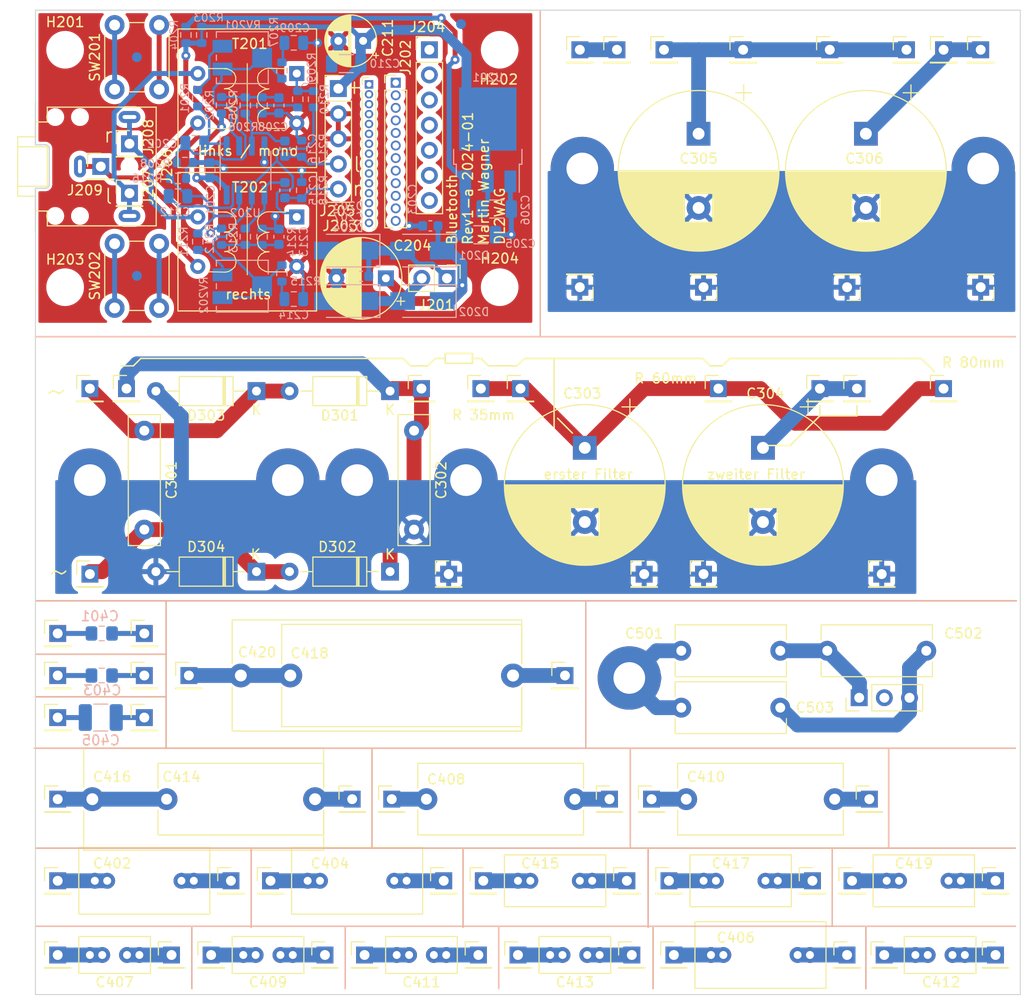
<source format=kicad_pcb>
(kicad_pcb (version 20221018) (generator pcbnew)
  (layers (0 "F.Cu" signal) (31 "B.Cu" signal) (34 "B.Paste" user) (35 "F.Paste" user) (36 "B.SilkS" user "B.Silkscreen") (37 "F.SilkS" user "F.Silkscreen") (38 "B.Mask" user) (39 "F.Mask" user) (44 "Edge.Cuts" user))
  (net 0 "")
  (net 1 "+5V")
  (net 2 "GND")
  (net 3 "/Bluetooth/amp_links")
  (net 4 "Net-(C202-Pad2)")
  (net 5 "+8V")
  (net 6 "6,3V_AC")
  (net 7 "Earth")
  (net 8 "Net-(C208-Pad2)")
  (net 9 "Net-(C209-Pad2)")
  (net 10 "/Bluetooth/amp_rechts")
  (net 11 "Net-(C212-Pad2)")
  (net 12 "Net-(C213-Pad1)")
  (net 13 "Net-(C214-Pad2)")
  (net 14 "/Bluetooth/rechts")
  (net 15 "Net-(J205-Pin_5)")
  (net 16 "/Bluetooth/links")
  (net 17 "Net-(J205-Pin_4)")
  (net 18 "Net-(D301-A)")
  (net 19 "Net-(D302-A)")
  (net 20 "Net-(D301-K)")
  (net 21 "/Power Supply/gnd_a")
  (net 22 "Net-(J303-Pin_1)")
  (net 23 "/Power Supply/gnd_b")
  (net 24 "Net-(J401-Pin_1)")
  (net 25 "Net-(J402-Pin_1)")
  (net 26 "Net-(J403-Pin_1)")
  (net 27 "Net-(J404-Pin_1)")
  (net 28 "Net-(J405-Pin_1)")
  (net 29 "Net-(J406-Pin_1)")
  (net 30 "Net-(J407-Pin_1)")
  (net 31 "Net-(J408-Pin_1)")
  (net 32 "Net-(J409-Pin_1)")
  (net 33 "Net-(J410-Pin_1)")
  (net 34 "Net-(J411-Pin_1)")
  (net 35 "Net-(J412-Pin_1)")
  (net 36 "Net-(J413-Pin_1)")
  (net 37 "Net-(J414-Pin_1)")
  (net 38 "Net-(J415-Pin_1)")
  (net 39 "Net-(J416-Pin_1)")
  (net 40 "Net-(J417-Pin_1)")
  (net 41 "Net-(J418-Pin_1)")
  (net 42 "Net-(J419-Pin_1)")
  (net 43 "Net-(J420-Pin_1)")
  (net 44 "Net-(J421-Pin_1)")
  (net 45 "Net-(J422-Pin_1)")
  (net 46 "Net-(J423-Pin_1)")
  (net 47 "Net-(J424-Pin_1)")
  (net 48 "Net-(J425-Pin_1)")
  (net 49 "Net-(J426-Pin_1)")
  (net 50 "Net-(J427-Pin_1)")
  (net 51 "Net-(J428-Pin_1)")
  (net 52 "Net-(J429-Pin_1)")
  (net 53 "Net-(J430-Pin_1)")
  (net 54 "Net-(J431-Pin_1)")
  (net 55 "Net-(J432-Pin_1)")
  (net 56 "Net-(J433-Pin_1)")
  (net 57 "Net-(J434-Pin_1)")
  (net 60 "Net-(J435-Pin_1)")
  (net 61 "Net-(J436-Pin_1)")
  (net 64 "Net-(J501-Pin_1)")
  (net 95 "/Bluetooth/audio_rechts")
  (net 96 "/Bluetooth/audio_gnd")
  (net 97 "/Bluetooth/audio_links")
  (net 98 "Net-(R201-Pad2)")
  (net 99 "Net-(U202A--)")
  (net 100 "Net-(T201-AA)")
  (net 101 "Net-(R211-Pad2)")
  (net 102 "Net-(U202B--)")
  (net 103 "unconnected-(SW201-Pad1)")
  (net 104 "unconnected-(SW201-Pad2)")
  (net 105 "unconnected-(SW202-Pad1)")
  (net 106 "unconnected-(SW202-Pad2)")
  (net 107 "Net-(J307-Pin_1)")
  (net 108 "Net-(J311-Pin_1)")
  (net 109 "Net-(J315-Pin_1)")
  (net 110 "Net-(J309-Pin_1)")
  (net 111 "Net-(J501-Pin_3)")
  (footprint "Connector_PinHeader_2.54mm:PinHeader_1x01_P2.54mm_Vertical" (layer "F.Cu") (at 124.75 145.5)
    (fp_text reference "J422" hide)
    (fp_text value "Conn_01x01")
  )
  (footprint "Capacitor_THT:C_Rect_L16.5mm_W7.0mm_P15.00mm_MKT" (layer "F.Cu") (at 93.25 129.75)
    (fp_text reference "C414")
    (fp_text value "C")
  )
  (footprint "Connector_PinHeader_2.54mm:PinHeader_1x01_P2.54mm_Vertical" (layer "F.Cu") (at 95.5 117.25)
    (fp_text reference "J433" hide)
    (fp_text value "Conn_01x01")
  )
  (footprint "Connector_PinHeader_2.54mm:PinHeader_1x01_P2.54mm_Vertical" (layer "F.Cu") (at 143.5 54)
    (fp_text reference "J311" hide)
    (fp_text value "Conn_01x01")
  )
  (footprint "Connector_PinHeader_2.54mm:PinHeader_1x01_P2.54mm_Vertical" (layer "F.Cu") (at 162.5 138)
    (fp_text reference "J435" hide)
    (fp_text value "Conn_01x01")
  )
  (footprint "Capacitor_THT:C_Rect_L16.5mm_W7.0mm_P15.00mm_MKT" (layer "F.Cu") (at 145.75 129.75)
    (fp_text reference "C410")
    (fp_text value "C")
  )
  (footprint "Connector_PinHeader_2.54mm:PinHeader_1x01_P2.54mm_Vertical" (layer "F.Cu") (at 149 88.25)
    (fp_text reference "J304" hide)
    (fp_text value "Conn_01x01" hide)
  )
  (footprint "Connector_PinHeader_2.54mm:PinHeader_1x01_P2.54mm_Vertical" (layer "F.Cu") (at 162 78 180)
    (fp_text reference "J325" hide)
    (fp_text value "Conn_01x01")
  )
  (footprint "Connector_PinHeader_2.54mm:PinHeader_1x01_P2.54mm_Vertical" (layer "F.Cu") (at 171.75 88.25)
    (fp_text reference "J305" hide)
    (fp_text value "Conn_01x01" hide)
  )
  (footprint "Connector_PinHeader_1.27mm:PinHeader_1x12_P1.27mm_Vertical" (layer "F.Cu") (at 116.4 57.33)
    (fp_text reference "J202")
    (fp_text value "Conn_01x12" hide)
  )
  (footprint "MountingHole:MountingHole_3.2mm_M3_Pad" (layer "F.Cu") (at 135.25 66)
    (fp_text reference "H304" hide)
    (fp_text value "MountingHole_Pad" hide)
  )
  (footprint "Capacitor_THT:CP_Radial_D16.0mm_P7.50mm" (layer "F.Cu") (at 147 62.487246 -90)
    (fp_text reference "C305")
    (fp_text value "47u")
  )
  (footprint "Capacitor_THT:C_Rect_L7.0mm_W3.5mm_P2.50mm_P5.00mm" (layer "F.Cu") (at 101 145.5)
    (fp_text reference "C409")
    (fp_text value "C")
  )
  (footprint "Connector_PinHeader_2.54mm:PinHeader_1x01_P2.54mm_Vertical" (layer "F.Cu") (at 82.25 138)
    (fp_text reference "J403" hide)
    (fp_text value "Conn_01x01")
  )
  (footprint "Connector_PinHeader_2.54mm:PinHeader_1x01_P2.54mm_Vertical" (layer "F.Cu") (at 138 129.75)
    (fp_text reference "J416" hide)
    (fp_text value "Conn_01x01")
  )
  (footprint "Capacitor_THT:CP_Radial_D16.0mm_P7.50mm" (layer "F.Cu") (at 135.5 94.237246 -90)
    (fp_text reference "C303")
    (fp_text value "47u")
  )
  (footprint "Connector_PinHeader_2.54mm:PinHeader_1x01_P2.54mm_Vertical" (layer "F.Cu") (at 158.5 138)
    (fp_text reference "J432" hide)
    (fp_text value "Conn_01x01")
  )
  (footprint "Capacitor_THT:C_Rect_L10.0mm_W5.0mm_P5.00mm_P7.50mm" (layer "F.Cu") (at 128.75 138)
    (fp_text reference "C415")
    (fp_text value "C")
  )
  (footprint "Capacitor_THT:C_Disc_D11.0mm_W5.0mm_P10.00mm" (layer "F.Cu") (at 155.25 114.75 180)
    (fp_text reference "C501")
    (fp_text value "2n2")
  )
  (footprint "Diode_THT:D_A-405_P10.16mm_Horizontal" (layer "F.Cu") (at 102.33 106.75 180)
    (fp_text reference "D304")
    (fp_text value "1N4007")
  )
  (footprint "MountingHole:MountingHole_3.2mm_M3_Pad" (layer "F.Cu") (at 112.5 97.5)
    (fp_text reference "H303" hide)
    (fp_text value "MountingHole_Pad" hide)
  )
  (footprint "Capacitor_THT:C_Rect_L10.0mm_W5.0mm_P5.00mm_P7.50mm" (layer "F.Cu") (at 166 138)
    (fp_text reference "C419")
    (fp_text value "C")
  )
  (footprint "Button_Switch_THT:SW_PUSH_6mm" (layer "F.Cu") (at 88 80.1 90)
    (fp_text reference "SW202")
    (fp_text value "SW_Push")
  )
  (footprint "Button_Switch_THT:SW_PUSH_6mm" (layer "F.Cu") (at 88 58 90)
    (fp_text reference "SW201")
    (fp_text value "SW_Push")
  )
  (footprint "Capacitor_THT:C_Rect_L29.0mm_W11.0mm_P27.50mm_MKT" (layer "F.Cu") (at 100.75 117.25)
    (fp_text reference "C420")
    (fp_text value "C")
  )
  (footprint "MountingHole:MountingHole_3.2mm_M3_Pad" (layer "F.Cu") (at 140 117.5 -90)
    (fp_text reference "H501" hide)
    (fp_text value "MountingHole_Pad")
  )
  (footprint "MountingHole:MountingHole_3.2mm_M3" (layer "F.Cu") (at 174.75 117.5)
    (fp_text reference "H502" hide)
    (fp_text value "MountingHole")
  )
  (footprint "Connector_PinHeader_2.54mm:PinHeader_1x01_P2.54mm_Vertical" (layer "F.Cu") (at 119 88.25)
    (fp_text reference "J302" hide)
    (fp_text value "Conn_01x01" hide)
  )
  (footprint "Connector_PinHeader_2.54mm:PinHeader_1x01_P2.54mm_Vertical" (layer "F.Cu") (at 112 129.75)
    (fp_text reference "J428" hide)
    (fp_text value "Conn_01x01")
  )
  (footprint "Connector_PinHeader_2.54mm:PinHeader_1x01_P2.54mm_Vertical" (layer "F.Cu") (at 97.75 145.5)
    (fp_text reference "J417" hide)
    (fp_text value "Conn_01x01")
  )
  (footprint "Connector_PinHeader_2.54mm:PinHeader_1x01_P2.54mm_Vertical" (layer "F.Cu") (at 144.5 145.5)
    (fp_text reference "J411" hide)
    (fp_text value "Conn_01x01")
  )
  (footprint "Connector_PinHeader_2.54mm:PinHeader_1x01_P2.54mm_Vertical" (layer "F.Cu") (at 168 54)
    (fp_text reference "J314" hide)
    (fp_text value "Conn_01x01")
  )
  (footprint "Connector_PinHeader_2.54mm:PinHeader_1x01_P2.54mm_Vertical" (layer "F.Cu") (at 141.5 107)
    (fp_text reference "J320" hide)
    (fp_text value "Conn_01x01" hide)
  )
  (footprint "MountingHole:MountingHole_3.2mm_M3" (layer "F.Cu") (at 126.9 54)
    (fp_text reference "H202")
    (fp_text value "MountingHole" hide)
  )
  (footprint "Connector_PinHeader_2.54mm:PinHeader_1x01_P2.54mm_Vertical" (layer "F.Cu") (at 116 129.75)
    (fp_text reference "J415" hide)
    (fp_text value "Conn_01x01")
  )
  (footprint "Connector_PinHeader_2.54mm:PinHeader_1x01_P2.54mm_Vertical" (layer "F.Cu") (at 175.5 54)
    (fp_text reference "J316" hide)
    (fp_text value "Conn_01x01")
  )
  (footprint "Connector_PinHeader_2.54mm:PinHeader_1x01_P2.54mm_Vertical" (layer "F.Cu") (at 163 88.25)
    (fp_text reference "J307" hide)
    (fp_text value "Conn_01x01" hide)
  )
  (footprint "Connector_PinHeader_2.54mm:PinHeader_1x01_P2.54mm_Vertical" (layer "F.Cu") (at 82.25 121.5)
    (fp_text reference "J409" hide)
    (fp_text value "Conn_01x01")
  )
  (footprint "Diode_THT:D_A-405_P10.16mm_Horizontal" (layer "F.Cu") (at 102.33 88.5 180)
    (fp_text reference "D303")
    (fp_text value "1N4007")
  )
  (footprint "Connector_PinHeader_2.54mm:PinHeader_1x01_P2.54mm_Vertical" (layer "F.Cu") (at 82.25 117.25)
    (fp_text reference "J405" hide)
    (fp_text value "Conn_01x01")
  )
  (footprint "Connector_PinHeader_2.54mm:PinHeader_1x01_P2.54mm_Vertical" (layer "F.Cu") (at 91 121.5)
    (fp_text reference "J410" hide)
    (fp_text value "Conn_01x01")
  )
  (footprint "Diode_THT:D_A-405_P10.16mm_Horizontal" (layer "F.Cu") (at 115.83 88.5 180)
    (fp_text reference "D301")
    (fp_text value "1N4007")
  )
  (footprint "Connector_PinHeader_2.54mm:PinHeader_1x01_P2.54mm_Vertical" (layer "F.Cu") (at 140.25 145.5)
    (fp_text reference "J426" hide)
    (fp_text value "Conn_01x01")
  )
  (footprint "Capacitor_THT:CP_Radial_D5.0mm_P2.50mm" (layer "F.Cu") (at 113.105112 53.1 180)
    (fp_text reference "C211")
    (fp_text value "~")
  )
  (footprint "Capacitor_THT:C_Rect_L7.0mm_W3.5mm_P2.50mm_P5.00mm" (layer "F.Cu") (at 85.5 145.5)
    (fp_text reference "C407")
    (fp_text value "C")
  )
  (footprint "Connector_PinHeader_2.54mm:PinHeader_1x01_P2.54mm_Vertical" (layer "F.Cu") (at 85.5 107)
    (fp_text reference "J318" hide)
    (fp_text value "Conn_01x01" hide)
  )
  (footprint "Connector_Audio:Jack_3.5mm_CUI_SJ1-3523N_Horizontal" (layer "F.Cu") (at 84.5 65.8 -90)
    (fp_text reference "J206")
    (fp_text value "AudioJack3")
    (fp_line (start -2.2 3.5) (end -2.2 4.5) (stroke (width 0.12)) (layer "Edge.Cuts"))
    (fp_line (start -2.2 4.5) (end -6.5 4.5) (stroke (width 0.12)) (layer "Edge.Cuts"))
    (fp_line (start 1.8 3.1) (end -1.8 3.1) (stroke (width 0.12)) (layer "Edge.Cuts"))
    (fp_line (start 2.2 3.5) (end 2.2 4.5) (stroke (width 0.12)) (layer "Edge.Cuts"))
    (fp_line (start 2.2 4.5) (end 6.5 4.5) (stroke (width 0.12)) (layer "Edge.Cuts"))
    (fp_arc (start -2.2 3.5) (mid -2.082843 3.217158) (end -1.8 3.1) (stroke (width 0.12)) (layer "Edge.Cuts"))
    (fp_arc (start 1.8 3.1) (mid 2.082843 3.217157) (end 2.2 3.5) (stroke (width 0.12)) (layer "Edge.Cuts"))
  )
  (footprint "Connector_PinHeader_2.54mm:PinHeader_1x01_P2.54mm_Vertical" (layer "F.Cu") (at 125.25 138)
    (fp_text reference "J429" hide)
    (fp_text value "Conn_01x01")
  )
  (footprint "Connector_PinHeader_2.54mm:PinHeader_1x01_P2.54mm_Vertical" (layer "F.Cu") (at 82.25 113)
    (fp_text reference "J401" hide)
    (fp_text value "Conn_01x01")
  )
  (footprint "MountingHole:MountingHole_3.2mm_M3" (layer "F.Cu") (at 83 54)
    (fp_text reference "H201")
    (fp_text value "MountingHole" hide)
  )
  (footprint "Capacitor_THT:C_Rect_L7.0mm_W3.5mm_P2.50mm_P5.00mm" (layer "F.Cu") (at 168.9 145.5)
    (fp_text reference "C412")
    (fp_text value "C")
  )
  (footprint "Capacitor_THT:C_Rect_L13.0mm_W6.5mm_P7.50mm_P10.00mm" (layer "F.Cu") (at 148.25 145.5)
    (fp_text reference "C406")
    (fp_text value "C")
  )
  (footprint "Capacitor_THT:CP_Radial_D8.0mm_P5.00mm" (layer "F.Cu") (at 115.402651 77.1 180)
    (fp_text reference "C204")
    (fp_text value "470u")
  )
  (footprint "Connector_PinHeader_2.54mm:PinHeader_1x01_P2.54mm_Vertical" (layer "F.Cu") (at 162 145.5)
    (fp_text reference "J412" hide)
    (fp_text value "Conn_01x01")
  )
  (footprint "Connector_PinHeader_2.54mm:PinHeader_1x01_P2.54mm_Vertical" (layer "F.Cu") (at 128.75 145.5)
    (fp_text reference "J425" hide)
    (fp_text value "Conn_01x01")
  )
  (footprint "Connector_PinHeader_2.54mm:PinHeader_1x01_P2.54mm_Vertical" (layer "F.Cu") (at 135 54)
    (fp_text reference "J310" hide)
    (fp_text value "Conn_01x01")
  )
  (footprint "Connector_PinHeader_2.54mm:PinHeader_1x01_P2.54mm_Vertical" (layer "F.Cu") (at 175.5 78 180)
    (fp_text reference "J326" hide)
    (fp_text value "Conn_01x01")
  )
  (footprint "Connector_PinHeader_2.54mm:PinHeader_1x01_P2.54mm_Vertical" (layer "F.Cu") (at 159.25 88.25)
    (fp_text reference "J308" hide)
    (fp_text value "Conn_01x01" hide)
  )
  (footprint "Capacitor_THT:C_Rect_L13.0mm_W6.5mm_P7.50mm_P10.00mm" (layer "F.Cu") (at 86 138)
    (fp_text reference "C402")
    (fp_text value "C")
  )
  (footprint "Capacitor_THT:C_Rect_L13.0mm_W6.5mm_P7.50mm_P10.00mm" (layer "F.Cu") (at 107.5 138)
    (fp_text reference "C404")
    (fp_text value "C")
  )
  (footprint "Connector_PinHeader_2.54mm:PinHeader_1x01_P2.54mm_Vertical" (layer "F.Cu") (at 89.5 63.5)
    (fp_text reference "J208")
    (fp_text value "Conn_01x01" hide)
  )
  (footprint "Connector_PinHeader_2.54mm:PinHeader_1x01_P2.54mm_Vertical" (layer "F.Cu") (at 142.25 129.75)
    (fp_text reference "J419" hide)
    (fp_text value "Conn_01x01")
  )
  (footprint "Connector_PinHeader_2.54mm:PinHeader_1x01_P2.54mm_Vertical" (layer "F.Cu") (at 86.6 65.8)
    (fp_text reference "J209")
    (fp_text value "Conn_01x01" hide)
  )
  (footprint "MountingHole:MountingHole_3.2mm_M3_Pad" (layer "F.Cu") (at 105.5 97.5)
    (fp_text reference "H302" hide)
    (fp_text value "MountingHole_Pad" hide)
  )
  (footprint "Connector_PinHeader_2.54mm:PinHeader_1x01_P2.54mm_Vertical" (layer "F.Cu") (at 109.25 145.5)
    (fp_text reference "J418" hide)
    (fp_text value "Conn_01x01")
  )
  (footprint "Connector_PinHeader_2.54mm:PinHeader_1x01_P2.54mm_Vertical" (layer "F.Cu") (at 151.5 54)
    (fp_text reference "J312" hide)
    (fp_text value "Conn_01x01")
  )
  (footprint "MountingHole:MountingHole_3.2mm_M3_Pad" (layer "F.Cu") (at 123.5 97.5)
    (fp_text reference "H305" hide)
    (fp_text value "MountingHole_Pad" hide)
  )
  (footprint "Connector_PinHeader_2.54mm:PinHeader_1x01_P2.54mm_Vertical" (layer "F.Cu") (at 82.25 145.5)
    (fp_text reference "J413" hide)
    (fp_text value "Conn_01x01")
  )
  (footprint "Connector_PinHeader_2.54mm:PinHeader_1x01_P2.54mm_Vertical" (layer "F.Cu") (at 160.25 54)
    (fp_text reference "J313" hide)
    (fp_text value "Conn_01x01")
  )
  (footprint "Capacitor_THT:C_Rect_L13.0mm_W3.0mm_P10.00mm_FKS3_FKP3_MKS4" (layer "F.Cu") (at 91 92.5 -90)
    (fp_text reference "C301")
    (fp_text value "4n7")
  )
  (footprint "Connector_PinHeader_2.54mm:PinHeader_1x01_P2.54mm_Vertical" (layer "F.Cu") (at 147.5 78 180)
    (fp_text reference "J324" hide)
    (fp_text value "Conn_01x01")
  )
  (footprint "Connector_PinHeader_2.54mm:PinHeader_1x01_P2.54mm_Vertical" (layer "F.Cu") (at 91 117.25)
    (fp_text reference "J406" hide)
    (fp_text value "Conn_01x01")
  )
  (footprint "Connector_PinHeader_2.54mm:PinHeader_1x01_P2.54mm_Vertical" (layer "F.Cu") (at 144 138)
    (fp_text reference "J431" hide)
    (fp_text value "Conn_01x01")
  )
  (footprint "Capacitor_THT:C_Rect_L16.5mm_W7.0mm_P15.00mm_MKT" (layer "F.Cu") (at 119.5 129.75)
    (fp_text reference "C408")
    (fp_text value "C")
  )
  (footprint "Capacitor_THT:C_Rect_L10.0mm_W5.0mm_P5.00mm_P7.50mm" (layer "F.Cu") (at 147.5 138)
    (fp_text reference "C417")
    (fp_text value "C")
  )
  (footprint "Connector_PinHeader_2.54mm:PinHeader_1x07_P2.54mm_Vertical" (layer "F.Cu") (at 119.8 54)
    (fp_text reference "J204")
    (fp_text value "Conn_01x07" hide)
  )
  (footprint "local:Transformer_NF_EI14" (layer "F.Cu") (at 106.4 70.9)
    (fp_text reference "T202")
    (fp_text value "1:1")
  )
  (footprint "Capacitor_THT:C_Disc_D11.0mm_W5.0mm_P10.00mm" (layer "F.Cu") (at 160 114.75)
    (fp_text reference "C502")
    (fp_text value "2n2")
  )
  (footprint "Connector_PinHeader_2.54mm:PinHeader_1x01_P2.54mm_Vertical" (layer "F.Cu") (at 147.5 107)
    (fp_text reference "J321" hide)
    (fp_text value "Conn_01x01" hide)
  )
  (footprint "local:Transformer_NF_EI14" (layer "F.Cu") (at 106.4 56.4)
    (fp_text reference "T201")
    (fp_text value "1:1")
  )
  (footprint "Connector_PinHeader_2.54mm:PinHeader_1x01_P2.54mm_Vertical" (layer "F.Cu") (at 82.25 129.75)
    (fp_text reference "J427" hide)
    (fp_text value "Conn_01x01")
  )
  (footprint "Connector_PinHeader_2.54mm:PinHeader_1x01_P2.54mm_Vertical" (layer "F.Cu") (at 177 138)
    (fp_text reference "J436" hide)
    (fp_text value "Conn_01x01")
  )
  (footprint "Capacitor_THT:C_Rect_L7.0mm_W3.5mm_P2.50mm_P5.00mm" (layer "F.Cu") (at 116.5 145.5)
    (fp_text reference "C411")
    (fp_text value "C")
  )
  (footprint "Capacitor_THT:C_Rect_L13.0mm_W3.0mm_P10.00mm_FKS3_FKP3_MKS4" (layer "F.Cu") (at 118.25 92.5 -90)
    (fp_text reference "C302")
    (fp_text value "4n7")
  )
  (footprint "Connector_PinHeader_2.54mm:PinHeader_1x01_P2.54mm_Vertical" (layer "F.Cu") (at 85.5 88.25)
    (fp_text reference "J317" hide)
    (fp_text value "Conn_01x01" hide)
  )
  (footprint "Connector_PinHeader_2.54mm:PinHeader_1x01_P2.54mm_Vertical" (layer "F.Cu") (at 138.75 54)
    (fp_text reference "J309" hide)
    (fp_text value "Conn_01x01")
  )
  (footprint "Connector_PinHeader_2.54mm:PinHeader_1x01_P2.54mm_Vertical" (layer "F.Cu") (at 89.2 88.25)
    (fp_text reference "J301" hide)
    (fp_text value "Conn_01x01" hide)
  )
  (footprint "Connector_PinHeader_2.54mm:PinHeader_1x01_P2.54mm_Vertical" (layer "F.Cu") (at 99.75 138)
    (fp_text reference "J404" hide)
    (fp_text value "Conn_01x01")
  )
  (footprint "Connector_PinHeader_1.00mm:PinHeader_1x15_P1.00mm_Vertical" (layer "F.Cu") (at 113.7 57.5)
    (fp_text reference "J203")
    (fp_text value "Conn_01x15" hide)
  )
  (footprint "Connector_PinHeader_2.54mm:PinHeader_1x01_P2.54mm_Vertical" (layer "F.Cu") (at 89.5 68.5)
    (fp_text reference "J207")
    (fp_text value "Conn_01x01" hide)
  )
  (footprint "Connector_PinHeader_2.54mm:PinHeader_1x03_P2.54mm_Vertical" (layer "F.Cu") (at 163.225 119.5 90)
    (fp_text reference "J501" hide)
    (fp_text value "Conn_01x03")
  )
  (footprint "Connector_PinHeader_2.54mm:PinHeader_1x01_P2.54mm_Vertical" (layer "F.Cu") (at 177 145.5)
    (fp_text reference "J424" hide)
    (fp_text value "Conn_01x01")
  )
  (footprint "Connector_PinHeader_2.54mm:PinHeader_1x05_P2.54mm_Vertical" (layer "F.Cu") (at 110.6 57.925)
    (fp_text reference "J205")
    (fp_text value "Conn_01x05")
  )
  (footprint "Capacitor_THT:C_Rect_L24.0mm_W10.1mm_P22.50mm_MKT" (layer "F.Cu") (at 105.75 117.25)
    (fp_text reference "C418")
    (fp_text value "C")
  )
  (footprint "MountingHole:MountingHole_3.2mm_M3" (layer "F.Cu") (at 126.9 78)
    (fp_text reference "H204")
    (fp_text value "MountingHole" hide)
  )
  (footprint "MountingHole:MountingHole_3.2mm_M3_Pad" (layer "F.Cu") (at 165.5 97.5)
    (fp_text reference "H307" hide)
    (fp_text value "MountingHole_Pad" hide)
  )
  (footprint "Connector_PinHeader_2.54mm:PinHeader_1x01_P2.54mm_Vertical" (layer "F.Cu") (at 129 88.25)
    (fp_text reference "J306" hide)
    (fp_text value "Conn_01x01" hide)
  )
  (footprint "Connector_PinHeader_2.54mm:PinHeader_1x01_P2.54mm_Vertical" (layer "F.Cu") (at 164.25 129.75)
    (fp_text reference "J420" hide)
    (fp_text value "Conn_01x01")
  )
  (footprint "Capacitor_THT:C_Rect_L24.0mm_W10.1mm_P22.50mm_MKT" (layer "F.Cu") (at 85.75 129.75)
    (fp_text reference "C416")
    (fp_text value "C")
  )
  (footprint "Connector_PinHeader_2.54mm:PinHeader_1x01_P2.54mm_Vertical" (layer "F.Cu") (at 135 78 180)
    (fp_text reference "J323" hide)
    (fp_text value "Conn_01x01")
  )
  (footprint "Connector_PinHeader_2.54mm:PinHeader_1x01_P2.54mm_Vertical" (layer "F.Cu") (at 139.75 138)
    (fp_text reference "J430" hide)
    (fp_text value "Conn_01x01")
  )
  (footprint "Connector_PinHeader_2.54mm:PinHeader_1x01_P2.54mm_Vertical" (layer "F.Cu") (at 93.75 145.5)
    (fp_text reference "J414" hide)
    (fp_text value "Conn_01x01")
  )
  (footprint "MountingHole:MountingHole_3.2mm_M3_Pad" (layer "F.Cu") (at 85.5 97.5)
    (fp_text reference "H301" hide)
    (fp_text value "MountingHole_Pad" hide)
  )
  (footprint "Connector_PinHeader_2.54mm:PinHeader_1x01_P2.54mm_Vertical" (layer "F.Cu") (at 121.75 107)
    (fp_text reference "J319" hide)
    (fp_text value "Conn_01x01" hide)
  )
  (footprint "Connector_PinHeader_2.54mm:PinHeader_1x02_P2.54mm_Vertical" (layer "F.Cu") (at 121.575 77.1 -90)
    (fp_text reference "J201")
    (fp_text value "Conn_01x02" hide)
  )
  (footprint "Connector_PinHeader_2.54mm:PinHeader_1x01_P2.54mm_Vertical" (layer "F.Cu") (at 125 88.25)
    (fp_text reference "J303" hide)
    (fp_text value "Conn_01x01" hide)
  )
  (footprint "Connector_PinHeader_2.54mm:PinHeader_1x01_P2.54mm_Vertical" (layer "F.Cu") (at 91 113)
    (fp_text reference "J402" hide)
    (fp_text value "Conn_01x01")
  )
  (footprint "Capacitor_THT:C_Disc_D11.0mm_W5.0mm_P10.00mm" (layer "F.Cu") (at 155.25 120.5 180)
    (fp_text reference "C503")
    (fp_text value "2n2")
  )
  (footprint "Capacitor_THT:CP_Radial_D16.0mm_P7.50mm" (layer "F.Cu") (at 163.9 62.487246 -90)
    (fp_text reference "C306")
    (fp_text value "47u")
  )
  (footprint "Capacitor_THT:C_Rect_L7.0mm_W3.5mm_P2.50mm_P5.00mm" (layer "F.Cu") (at 132 145.5)
    (fp_text reference "C413")
    (fp_text value "C")
  )
  (footprint "Diode_THT:D_A-405_P10.16mm_Horizontal" (layer "F.Cu") (at 115.83 106.75 180)
    (fp_text reference "D302")
    (fp_text value "1N4007")
  )
  (footprint "Connector_PinHeader_2.54mm:PinHeader_1x01_P2.54mm_Vertical" (layer "F.Cu") (at 121.25 138)
    (fp_text reference "J408" hide)
    (fp_text value "Conn_01x01")
  )
  (footprint "Connector_PinHeader_2.54mm:PinHeader_1x01_P2.54mm_Vertical" (layer "F.Cu") (at 103.75 138)
    (fp_text reference "J407" hide)
    (fp_text value "Conn_01x01")
  )
  (footprint "Capacitor_THT:CP_Radial_D16.0mm_P7.50mm" (layer "F.Cu") (at 153.5 94.237246 -90)
    (fp_text reference "C304")
    (fp_text value "47u")
  )
  (footprint "MountingHole:MountingHole_3.2mm_M3" (layer "F.Cu") (at 83 78)
    (fp_text reference "H203")
    (fp_text value "MountingHole" hide)
  )
  (footprint "Connector_PinHeader_2.54mm:PinHeader_1x01_P2.54mm_Vertical" (layer "F.Cu") (at 165.75 145.5)
    (fp_text reference "J423" hide)
    (fp_text value "Conn_01x01")
  )
  (footprint "Connector_PinHeader_2.54mm:PinHeader_1x01_P2.54mm_Vertical" (layer "F.Cu") (at 133.5 117.25)
    (fp_text reference "J434" hide)
    (fp_text value "Conn_01x01")
  )
  (footprint "Connector_PinHeader_2.54mm:PinHeader_1x01_P2.54mm_Vertical" (layer "F.Cu") (at 171.75 54)
    (fp_text reference "J315" hide)
    (fp_text value "Conn_01x01")
  )
  (footprint "Connector_PinHeader_2.54mm:PinHeader_1x01_P2.54mm_Vertical" (layer "F.Cu") (at 165.5 107)
    (fp_text reference "J322" hide)
    (fp_text value "Conn_01x01" hide)
  )
  (footprint "MountingHole:MountingHole_3.2mm_M3_Pad" (layer "F.Cu") (at 175.75 66)
    (fp_text reference "H306" hide)
    (fp_text value "MountingHole_Pad" hide)
  )
  (footprint "Connector_PinHeader_2.54mm:PinHeader_1x01_P2.54mm_Vertical" (layer "F.Cu") (at 113.25 145.5)
    (fp_text reference "J421" hide)
    (fp_text value "Conn_01x01")
  )
  (footprint "Capacitor_SMD:C_0603_1608Metric" (layer "B.Cu") (at 104.6 72.9 90)
    (fp_text reference "C213")
    (fp_text value "100n")
  )
  (footprint "Capacitor_SMD:C_0603_1608Metric" (layer "B.Cu") (at 105.2 64 -90)
    (fp_text reference "C216")
    (fp_text value "100n")
  )
  (footprint "Resistor_SMD:R_0603_1608Metric" (layer "B.Cu") (at 104.9 76.6 90)
    (fp_text reference "R215")
    (fp_text value "10k")
  )
  (footprint "Resistor_SMD:R_0603_1608Metric" (layer "B.Cu") (at 106.9 68.2 -90)
    (fp_text reference "R218")
    (fp_text value "1M")
  )
  (footprint "Capacitor_SMD:C_0603_1608Metric" (layer "B.Cu") (at 112.9 76.9 180)
    (fp_text reference "C207")
    (fp_text value "100n")
  )
  (footprint "Capacitor_SMD:C_0805_2012Metric" (layer "B.Cu") (at 96.1 63.4)
    (fp_text reference "C202")
    (fp_text value "1u")
  )
  (footprint "Capacitor_SMD:C_0805_2012Metric" (layer "B.Cu") (at 94.4 68.8 180)
    (fp_text reference "C212")
    (fp_text value "1u")
  )
  (footprint "Resistor_SMD:R_0603_1608Metric" (layer "B.Cu") (at 106.5 59 90)
    (fp_text reference "R209")
    (fp_text value "220")
  )
  (footprint "Resistor_SMD:R_0603_1608Metric" (layer "B.Cu") (at 104.9 56.1 -90)
    (fp_text reference "R207")
    (fp_text value "10k")
  )
  (footprint "Resistor_SMD:R_0603_1608Metric" (layer "B.Cu") (at 96.4 73.4 -90)
    (fp_text reference "R211")
    (fp_text value "1k")
  )
  (footprint "Capacitor_SMD:C_0603_1608Metric" (layer "B.Cu") (at 119.9 71.8 180)
    (fp_text reference "C203")
    (fp_text value "100n")
  )
  (footprint "Capacitor_SMD:C_1206_3216Metric" (layer "B.Cu") (at 125 72.7)
    (fp_text reference "C205")
    (fp_text value "10u")
  )
  (footprint "Diode_SMD:D_SMA" (layer "B.Cu") (at 119.1 74.3 180)
    (fp_text reference "D201")
    (fp_text value "B140-E3")
  )
  (footprint "Capacitor_SMD:C_0805_2012Metric_Pad1.18x1.45mm_HandSolder" (layer "B.Cu") (at 86.7 113)
    (fp_text reference "C401")
    (fp_text value "C")
  )
  (footprint "Resistor_SMD:R_0603_1608Metric" (layer "B.Cu") (at 101.2 59.625 -90)
    (fp_text reference "R205")
    (fp_text value "100k")
  )
  (footprint "Capacitor_SMD:C_0805_2012Metric" (layer "B.Cu") (at 106.1 53.3 180)
    (fp_text reference "C209")
    (fp_text value "1u")
  )
  (footprint "Resistor_SMD:R_0603_1608Metric" (layer "B.Cu") (at 96.4 58.9 90)
    (fp_text reference "R201")
    (fp_text value "1k")
  )
  (footprint "Resistor_SMD:R_0603_1608Metric" (layer "B.Cu") (at 98.8 72.9 90)
    (fp_text reference "R212")
    (fp_text value "100k")
  )
  (footprint "Fiducial:Fiducial_1mm_Mask2mm" (layer "B.Cu") (at 90.25 54.75 180)
    (fp_text reference "FID202" hide)
    (fp_text value "Fiducial" hide)
  )
  (footprint "Resistor_SMD:R_0603_1608Metric" (layer "B.Cu") (at 96.8 52.5 -90)
    (fp_text reference "R204")
    (fp_text value "0")
  )
  (footprint "Resistor_SMD:R_0603_1608Metric" (layer "B.Cu") (at 102.9 59.625 -90)
    (fp_text reference "R206")
    (fp_text value "100k")
  )
  (footprint "Capacitor_SMD:C_0805_2012Metric_Pad1.18x1.45mm_HandSolder" (layer "B.Cu") (at 86.7 117.25)
    (fp_text reference "C403")
    (fp_text value "C")
  )
  (footprint "Capacitor_SMD:C_0603_1608Metric" (layer "B.Cu") (at 104.6 59.625 90)
    (fp_text reference "C208")
    (fp_text value "100n")
  )
  (footprint "Resistor_SMD:R_0603_1608Metric" (layer "B.Cu") (at 98.8 59.6 -90)
    (fp_text reference "R202")
    (fp_text value "100k")
  )
  (footprint "Resistor_SMD:R_0603_1608Metric" (layer "B.Cu") (at 95.2 52.5 90)
    (fp_text reference "R203")
    (fp_text value "0")
  )
  (footprint "Resistor_SMD:R_0603_1608Metric" (layer "B.Cu") (at 94.4 67 180)
    (fp_text reference "R216")
    (fp_text value "1M")
  )
  (footprint "Package_TO_SOT_SMD:TO-252-3_TabPin2" (layer "B.Cu") (at 125.7 63.1 90)
    (fp_text reference "U201")
    (fp_text value "1117 5.0V")
  )
  (footprint "Fiducial:Fiducial_1mm_Mask2mm" (layer "B.Cu") (at 123 51.4 180)
    (fp_text reference "FID203" hide)
    (fp_text value "Fiducial")
  )
  (footprint "Fiducial:Fiducial_1mm_Mask2mm" (layer "B.Cu") (at 90.25 76.85 180)
    (fp_text reference "FID201" hide)
    (fp_text value "Fiducial" hide)
  )
  (footprint "Capacitor_SMD:C_1206_3216Metric" (layer "B.Cu") (at 126.6 70.1)
    (fp_text reference "C206")
    (fp_text value "10u")
  )
  (footprint "Potentiometer_SMD:Potentiometer_Vishay_TS53YJ_Vertical" (layer "B.Cu") (at 100.9 77.9 180)
    (fp_text reference "RV202")
    (fp_text value "20k lin")
  )
  (footprint "Resistor_SMD:R_0603_1608Metric" (layer "B.Cu") (at 102.9 72.9 90)
    (fp_text reference "R214")
    (fp_text value "100k")
  )
  (footprint "Capacitor_SMD:C_0603_1608Metric" (layer "B.Cu") (at 97.63 66.175 90)
    (fp_text reference "C201")
    (fp_text value "100n")
  )
  (footprint "Package_SO:SOIC-8_3.9x4.9mm_P1.27mm" (layer "B.Cu") (at 101.225 66.2 -90)
    (fp_text reference "U202")
    (fp_text value "AD8656")
  )
  (footprint "Resistor_SMD:R_0603_1608Metric" (layer "B.Cu") (at 95.1 65.4 180)
    (fp_text reference "R208")
    (fp_text value "1M")
  )
  (footprint "Capacitor_SMD:C_0603_1608Metric" (layer "B.Cu") (at 105.2 68.2 -90)
    (fp_text reference "C215")
    (fp_text value "100n")
  )
  (footprint "Diode_SMD:D_SMA" (layer "B.Cu") (at 111.4 74.3 180)
    (fp_text reference "D203")
    (fp_text value "B140-E3")
  )
  (footprint "Diode_SMD:D_SMA" (layer "B.Cu") (at 119.1 79.4 180)
    (fp_text reference "D202")
    (fp_text value "B140-E3")
  )
  (footprint "Resistor_SMD:R_0603_1608Metric" (layer "B.Cu") (at 101.2 72.9 90)
    (fp_text reference "R213")
    (fp_text value "100k")
  )
  (footprint "Capacitor_SMD:C_0805_2012Metric" (layer "B.Cu") (at 106.1 79.2 180)
    (fp_text reference "C214")
    (fp_text value "1u")
  )
  (footprint "Capacitor_SMD:C_1210_3225Metric_Pad1.33x2.70mm_HandSolder" (layer "B.Cu") (at 86.6 121.5)
    (fp_text reference "C405")
    (fp_text value "C")
  )
  (footprint "Capacitor_SMD:C_1206_3216Metric" (layer "B.Cu") (at 111.4 55.4 180)
    (fp_text reference "C210")
    (fp_text value "10u")
  )
  (footprint "Potentiometer_SMD:Potentiometer_Vishay_TS53YJ_Vertical" (layer "B.Cu") (at 100.9 54.8 180)
    (fp_text reference "RV201")
    (fp_text value "20k lin")
  )
  (footprint "Resistor_SMD:R_0603_1608Metric" (layer "B.Cu") (at 108.1 59 90)
    (fp_text reference "R210")
    (fp_text value "220")
  )
  (footprint "Diode_SMD:D_SMA" (layer "B.Cu") (at 111.4 79.4 180)
    (fp_text reference "D204")
    (fp_text value "B140-E3")
  )
  (footprint "Resistor_SMD:R_0603_1608Metric" (layer "B.Cu") (at 106.9 64 -90)
    (fp_text reference "R217")
    (fp_text value "1M")
  )
  (gr_line (start 163.9 142.6) (end 163.9 148.9) (stroke (width 0.15)) (layer "B.SilkS"))
  (gr_line (start 79.9 124.6) (end 179 124.6) (stroke (width 0.15)) (layer "B.SilkS"))
  (gr_line (start 140.1 124.7) (end 140.1 134.7) (stroke (width 0.15)) (layer "B.SilkS"))
  (gr_line (start 80.1 109.7) (end 179.1 109.7) (stroke (width 0.15)) (layer "B.SilkS"))
  (gr_line (start 160.5 142.6) (end 160.5 134.7) (stroke (width 0.15)) (layer "B.SilkS"))
  (gr_line (start 93.2 119.4) (end 80 119.4) (stroke (width 0.15)) (layer "B.SilkS"))
  (gr_line (start 135.6 109.7) (end 135.6 124.6) (stroke (width 0.15)) (layer "B.SilkS"))
  (gr_line (start 114 124.7) (end 114 134.7) (stroke (width 0.15)) (layer "B.SilkS"))
  (gr_line (start 93.2 109.7) (end 93.2 124.6) (stroke (width 0.15)) (layer "B.SilkS"))
  (gr_line (start 101.8 142.7) (end 101.8 134.7) (stroke (width 0.15)) (layer "B.SilkS"))
  (gr_line (start 80 83) (end 179 83) (stroke (width 0.15)) (layer "B.SilkS"))
  (gr_line (start 123.2 142.7) (end 123.2 134.8) (stroke (width 0.15)) (layer "B.SilkS"))
  (gr_line (start 107.1 57.4) (end 106.8 57.7) (stroke (width 0.1)) (layer "B.SilkS"))
  (gr_line (start 80 142.6) (end 179 142.6) (stroke (width 0.15)) (layer "B.SilkS"))
  (gr_line (start 142.4 142.6) (end 142.4 148.9) (stroke (width 0.15)) (layer "B.SilkS"))
  (gr_line (start 95.8 142.6) (end 95.8 148.9) (stroke (width 0.15)) (layer "B.SilkS"))
  (gr_line (start 93.2 115.1) (end 80 115.1) (stroke (width 0.15)) (layer "B.SilkS"))
  (gr_line (start 108.5 57.4) (end 107.1 57.4) (stroke (width 0.1)) (layer "B.SilkS"))
  (gr_line (start 111.3 142.6) (end 111.3 148.9) (stroke (width 0.15)) (layer "B.SilkS"))
  (gr_line (start 131 83) (end 131 50.1) (stroke (width 0.15)) (layer "B.SilkS"))
  (gr_line (start 166.2 124.6) (end 166.2 134.7) (stroke (width 0.15)) (layer "B.SilkS"))
  (gr_line (start 126.8 142.6) (end 126.8 148.9) (stroke (width 0.15)) (layer "B.SilkS"))
  (gr_line (start 141.9 142.7) (end 141.9 134.7) (stroke (width 0.15)) (layer "B.SilkS"))
  (gr_line (start 80 134.7) (end 179 134.7) (stroke (width 0.15)) (layer "B.SilkS"))
  (gr_line (start 108.5 56.3) (end 108.5 57.4) (stroke (width 0.1)) (layer "B.SilkS"))
  (gr_line (start 111.3 142.6) (end 111.3 148.9) (stroke (width 0.15)) (layer "F.SilkS"))
  (gr_line (start 159.25 91) (end 156.25 94) (stroke (width 0.15)) (layer "F.SilkS"))
  (gr_line (start 80 83) (end 179 83) (stroke (width 0.15)) (layer "F.SilkS"))
  (gr_line (start 160.5 142.6) (end 160.5 134.7) (stroke (width 0.15)) (layer "F.SilkS"))
  (gr_line (start 93.2 115.1) (end 80 115.1) (stroke (width 0.15)) (layer "F.SilkS"))
  (gr_line (start 142.4 142.6) (end 142.4 148.9) (stroke (width 0.15)) (layer "F.SilkS"))
  (gr_line (start 121.4 85.2) (end 121.4 84.7) (stroke (width 0.15)) (layer "F.SilkS"))
  (gr_line (start 119.65 85.95) (end 120.4 85.2) (stroke (width 0.15)) (layer "F.SilkS"))
  (gr_line (start 132.4 85.2) (end 132.4 92.2) (stroke (width 0.15)) (layer "F.SilkS"))
  (gr_line (start 93.2 109.7) (end 93.2 124.6) (stroke (width 0.15)) (layer "F.SilkS"))
  (gr_line (start 163.9 142.6) (end 163.9 148.9) (stroke (width 0.15)) (layer "F.SilkS"))
  (gr_line (start 132.75 91.25) (end 134.25 92.75) (stroke (width 0.15)) (layer "F.SilkS"))
  (gr_line (start 167.4 85.2) (end 169.5 85.2) (stroke (width 0.15)) (layer "F.SilkS"))
  (gr_line (start 119.15 85.95) (end 117.9 85.95) (stroke (width 0.15)) (layer "F.SilkS"))
  (gr_line (start 124.4 85.2) (end 125.025 85.2) (stroke (width 0.15)) (layer "F.SilkS"))
  (gr_line (start 95.8 142.6) (end 95.8 148.9) (stroke (width 0.15)) (layer "F.SilkS"))
  (gr_line (start 120.4 85.2) (end 121.4 85.2) (stroke (width 0.15)) (layer "F.SilkS"))
  (gr_line (start 166.2 124.6) (end 166.2 134.7) (stroke (width 0.15)) (layer "F.SilkS"))
  (gr_line (start 119.15 85.95) (end 119.65 85.95) (stroke (width 0.15)) (layer "F.SilkS"))
  (gr_line (start 135.6 109.7) (end 135.6 124.6) (stroke (width 0.15)) (layer "F.SilkS"))
  (gr_line (start 147.4 85.2) (end 129.4 85.2) (stroke (width 0.15)) (layer "F.SilkS"))
  (gr_line (start 80 142.6) (end 179 142.6) (stroke (width 0.15)) (layer "F.SilkS"))
  (gr_line (start 121.4 84.7) (end 124.15 84.7) (stroke (width 0.15)) (layer "F.SilkS"))
  (gr_line (start 149.4 85.95) (end 148.15 85.95) (stroke (width 0.15)) (layer "F.SilkS"))
  (gr_line (start 163 91) (end 159.25 91) (stroke (width 0.15)) (layer "F.SilkS"))
  (gr_line (start 124.4 85.2) (end 124.15 85.2) (stroke (width 0.15)) (layer "F.SilkS"))
  (gr_line (start 150.15 85.2) (end 149.4 85.95) (stroke (width 0.15)) (layer "F.SilkS"))
  (gr_line (start 128.65 85.95) (end 125.9 85.95) (stroke (width 0.15)) (layer "F.SilkS"))
  (gr_line (start 117.9 85.95) (end 117.15 85.2) (stroke (width 0.15)) (layer "F.SilkS"))
  (gr_line (start 156.25 94) (end 154 94) (stroke (width 0.15)) (layer "F.SilkS"))
  (gr_line (start 163 90) (end 163 91) (stroke (width 0.15)) (layer "F.SilkS"))
  (gr_line (start 93.2 119.4) (end 80 119.4) (stroke (width 0.15)) (layer "F.SilkS"))
  (gr_line (start 129.4 85.2) (end 128.65 85.95) (stroke (width 0.15)) (layer "F.SilkS"))
  (gr_line (start 80 134.7) (end 179 134.7) (stroke (width 0.15)) (layer "F.SilkS"))
  (gr_line (start 123.2 142.7) (end 123.2 134.8) (stroke (width 0.15)) (layer "F.SilkS"))
  (gr_line (start 89.9 85.95) (end 88.65 85.95) (stroke (width 0.15)) (layer "F.SilkS"))
  (gr_line (start 125.775 85.95) (end 125.025 85.2) (stroke (width 0.15)) (layer "F.SilkS"))
  (gr_line (start 79.9 124.6) (end 179 124.6) (stroke (width 0.15)) (layer "F.SilkS"))
  (gr_line (start 114 124.7) (end 114 134.7) (stroke (width 0.15)) (layer "F.SilkS"))
  (gr_line (start 159.25 90) (end 159.25 91) (stroke (width 0.15)) (layer "F.SilkS"))
  (gr_line (start 121.4 85.7) (end 121.4 85.2) (stroke (width 0.15)) (layer "F.SilkS"))
  (gr_line (start 124.15 85.7) (end 121.4 85.7) (stroke (width 0.15)) (layer "F.SilkS"))
  (gr_line (start 124.15 84.7) (end 124.15 85.7) (stroke (width 0.15)) (layer "F.SilkS"))
  (gr_line (start 140.1 124.7) (end 140.1 134.7) (stroke (width 0.15)) (layer "F.SilkS"))
  (gr_line (start 80.1 109.7) (end 179.1 109.7) (stroke (width 0.15)) (layer "F.SilkS"))
  (gr_line (start 117.15 85.2) (end 90.65 85.2) (stroke (width 0.15)) (layer "F.SilkS"))
  (gr_line (start 167.4 85.2) (end 150.15 85.2) (stroke (width 0.15)) (layer "F.SilkS"))
  (gr_line (start 148.15 85.95) (end 147.4 85.2) (stroke (width 0.15)) (layer "F.SilkS"))
  (gr_line (start 90.65 85.2) (end 89.9 85.95) (stroke (width 0.15)) (layer "F.SilkS"))
  (gr_line (start 101.8 142.7) (end 101.8 134.7) (stroke (width 0.15)) (layer "F.SilkS"))
  (gr_line (start 141.9 142.7) (end 141.9 134.7) (stroke (width 0.15)) (layer "F.SilkS"))
  (gr_line (start 169.5 85.2) (end 170.8 86.5) (stroke (width 0.15)) (layer "F.SilkS"))
  (gr_line (start 131 83) (end 131 50.1) (stroke (width 0.15)) (layer "F.SilkS"))
  (gr_line (start 166.2 134.7) (end 140 134.7) (stroke (width 0.15)) (layer "F.SilkS"))
  (gr_line (start 126.8 142.6) (end 126.8 148.9) (stroke (width 0.15)) (layer "F.SilkS"))
  (gr_line (start 80 50) (end 179.5 50) (stroke (width 0.1)) (layer "Edge.Cuts"))
  (gr_line (start 179.5 50) (end 179.5 149.5) (stroke (width 0.1)) (layer "Edge.Cuts"))
  (gr_line (start 80 149.5) (end 80 72.3) (stroke (width 0.1)) (layer "Edge.Cuts"))
  (gr_line (start 80 59.3) (end 80 50) (stroke (width 0.1)) (layer "Edge.Cuts"))
  (gr_line (start 179.5 149.5) (end 80 149.5) (stroke (width 0.1)) (layer "Edge.Cuts"))
  (gr_text "l" (at 86.9 69.7) (layer "F.SilkS") (effects (font (size 1.5 1.5)) (justify left bottom)))
  (gr_text "rechts" (at 99.1 79.3) (layer "F.SilkS") (effects (font (size 1 1)) (justify left bottom)))
  (gr_text "R 60mm" (at 140.4 87.8) (layer "F.SilkS") (effects (font (size 1 1)) (justify left bottom)))
  (gr_text "R 80mm" (at 171.5 86.2) (layer "F.SilkS") (effects (font (size 1 1)) (justify left bottom)))
  (gr_text "zweiter Filter" (at 147.75 97.5) (layer "F.SilkS") (effects (font (size 1 1)) (justify left bottom)))
  (gr_text "r" (at 111.9 68.9) (layer "F.SilkS") (effects (font (size 1.5 1.5)) (justify left bottom)))
  (gr_text "r" (at 86.8 63.5) (layer "F.SilkS") (effects (font (size 1.5 1.5)) (justify left bottom)))
  (gr_text "~" (at 81.25 108.5) (layer "F.SilkS") (effects (font (size 3 3)) (justify left bottom)))
  (gr_text "R 35mm" (at 122 91.5) (layer "F.SilkS") (effects (font (size 1 1)) (justify left bottom)))
  (gr_text "links / mono" (at 96.3 64.8) (layer "F.SilkS") (effects (font (size 1 1)) (justify left bottom)))
  (gr_text "Bluetooth\nRev1-a 2024-01\nMartin Wagner\nDL2WAG" (at 127.5 73.8 90) (layer "F.SilkS") (effects (font (size 1 1)) (justify left bottom)))
  (gr_text "~" (at 81 90.25) (layer "F.SilkS") (effects (font (size 3 3)) (justify left bottom)))
  (gr_text "erster Filter" (at 131.25 97.5) (layer "F.SilkS") (effects (font (size 1 1)) (justify left bottom)))
  (gr_text "+" (at 111.2 58.6) (layer "F.SilkS") (effects (font (size 1.5 1.5)) (justify left bottom)))
  (gr_text "l" (at 112 66.5) (layer "F.SilkS") (effects (font (size 1.5 1.5)) (justify left bottom)))
  (segment (start 97.7 72.5) (end 97.7 68.35) (width 0.5) (layer "F.Cu") (net 1))
  (segment (start 95.19 55.11) (end 95.2 55.1) (width 0.5) (layer "F.Cu") (net 1))
  (segment (start 96.3 66.95) (end 96.3 64.3) (width 0.5) (layer "F.Cu") (net 1))
  (segment (start 97.7 68.35) (end 96.3 66.95) (width 0.5) (layer "F.Cu") (net 1))
  (segment (start 95.19 58.19) (end 98.8 61.8) (width 0.5) (layer "F.Cu") (net 1))
  (segment (start 95.19 55.11) (end 95.19 58.19) (width 0.5) (layer "F.Cu") (net 1))
  (segment (start 96.3 64.3) (end 98.8 61.8) (width 0.5) (layer "F.Cu") (net 1))
  (segment (start 95.2 55.1) (end 95.2 54.6) (width 0.5) (layer "F.Cu") (net 1))
  (via (at 95.2 54.6) (size 0.9) (drill 0.4) (layers "F.Cu" "B.Cu") (net 1))
  (via (at 97.7 72.5) (size 0.9) (drill 0.4) (layers "F.Cu" "B.Cu") (net 1))
  (via (at 98.8 61.8) (size 0.9) (drill 0.4) (layers "F.Cu" "B.Cu") (net 1))
  (via (at 96.3 66.95) (size 0.9) (drill 0.4) (layers "F.Cu" "B.Cu") (net 1))
  (segment (start 98.8 72.2) (end 98.8 72.075) (width 0.25) (layer "B.Cu") (net 1))
  (segment (start 96.8 51.675) (end 96.8 53.4) (width 0.25) (layer "B.Cu") (net 1))
  (segment (start 112.875 55.65) (end 110.6 57.925) (width 1) (layer "B.Cu") (net 1))
  (segment (start 113.105112 53.1) (end 113.105112 53.105112) (width 1) (layer "B.Cu") (net 1))
  (segment (start 125.7 62.9) (end 125.8 62.8) (width 0.5) (layer "B.Cu") (net 1))
  (segment (start 113.105112 53.105112) (end 112.875 53.335224) (width 1) (layer "B.Cu") (net 1))
  (segment (start 112.875 55.4) (end 112.875 55.65) (width 1) (layer "B.Cu") (net 1))
  (segment (start 97.63 66.95) (end 98.25 66.95) (width 0.5) (layer "B.Cu") (net 1))
  (segment (start 95.2 54.6) (end 95.2 53.4) (width 0.5) (layer "B.Cu") (net 1))
  (segment (start 97.7 72.5) (end 98.125 72.075) (width 0.25) (layer "B.Cu") (net 1))
  (segment (start 111.705112 51.7) (end 97 51.7) (width 0.5) (layer "B.Cu") (net 1))
  (segment (start 98.25 66.95) (end 99.2 67.9) (width 0.5) (layer "B.Cu") (net 1))
  (segment (start 95.225 53.325) (end 95.2 53.3) (width 0.5) (layer "B.Cu") (net 1))
  (segment (start 112.875 53.335224) (end 112.875 55.4) (width 1) (layer "B.Cu") (net 1))
  (segment (start 96.75 53.325) (end 95.225 53.325) (width 0.5) (layer "B.Cu") (net 1))
  (segment (start 98.8 60.425) (end 98.8 61.8) (width 0.5) (layer "B.Cu") (net 1))
  (segment (start 125.7 61) (end 123.55 58.85) (width 1) (layer "B.Cu") (net 1))
  (segment (start 125.7 69.3) (end 125.1 69.9) (width 0.5) (layer "B.Cu") (net 1))
  (segment (start 125.7 67.3) (end 125.7 62.9) (width 0.5) (layer "B.Cu") (net 1))
  (segment (start 98.125 72.075) (end 98.8 72.075) (width 0.25) (layer "B.Cu") (net 1))
  (segment (start 123.55 54.523654) (end 121.026346 52) (width 1) (layer "B.Cu") (net 1))
  (segment (start 97 51.7) (end 96.8 51.5) (width 0.5) (layer "B.Cu") (net 1))
  (segment (start 125.7 69.2) (end 125.7 69.3) (width 0.5) (layer "B.Cu") (net 1))
  (segment (start 113.105112 53.1) (end 111.705112 51.7) (width 0.5) (layer "B.Cu") (net 1))
  (segment (start 121.026346 52) (end 114.4 52) (width 1) (layer "B.Cu") (net 1))
  (segment (start 114.4 52) (end 113.2 53.2) (width 1) (layer "B.Cu") (net 1))
  (segment (start 123.55 58.85) (end 123.55 54.523654) (width 1) (layer "B.Cu") (net 1))
  (segment (start 97.63 66.95) (end 96.3 66.95) (width 0.5) (layer "B.Cu") (net 1))
  (segment (start 125.7 67.3) (end 125.7 69.2) (width 0.5) (layer "B.Cu") (net 1))
  (via (at 99 66) (size 0.9) (drill 0.4) (layers "F.Cu" "B.Cu") (net 2))
  (via (at 117.75 71.8) (size 0.9) (drill 0.4) (layers "F.Cu" "B.Cu") (net 2))
  (via (at 106.9 66.2) (size 0.9) (drill 0.4) (layers "F.Cu" "B.Cu") (net 2))
  (via (at 128.075 72.675) (size 0.9) (drill 0.4) (layers "F.Cu" "B.Cu") (net 2))
  (via (at 103.13 65.37) (size 0.9) (drill 0.4) (layers "F.Cu" "B.Cu") (net 2))
  (via (at 108.5 53.3) (size 0.9) (drill 0.4) (layers "F.Cu" "B.Cu") (net 2))
  (via (at 104.226992 70.823008) (size 0.9) (drill 0.4) (layers "F.Cu" "B.Cu") (net 2))
  (segment (start 110.4 75.3) (end 110.4 78.6) (width 1) (layer "B.Cu") (net 2))
  (segment (start 110.605112 54.494888) (end 110 55.1) (width 1) (layer "B.Cu") (net 2))
  (segment (start 98.4 65.4) (end 97.63 65.4) (width 0.5) (layer "B.Cu") (net 2))
  (segment (start 106.9 67.375) (end 106.9 66.2) (width 0.25) (layer "B.Cu") (net 2))
  (segment (start 105.4 60.4) (end 106.4 61.4) (width 0.25) (layer "B.Cu") (net 2))
  (segment (start 102.6 60.45) (end 104.25 60.45) (width 0.25) (layer "B.Cu") (net 2))
  (segment (start 119.125 71.8) (end 117.75 71.8) (width 0.5) (layer "B.Cu") (net 2))
  (segment (start 110.605112 53.1) (end 110.605112 54.494888) (width 1) (layer "B.Cu") (net 2))
  (segment (start 97.63 65.4) (end 95.9 65.4) (width 0.5) (layer "B.Cu") (net 2))
  (segment (start 106.9 63.175) (end 106.9 63.1) (width 0.25) (layer "B.Cu") (net 2))
  (segment (start 104.525 72.125) (end 104.6 72.125) (width 0.25) (layer "B.Cu") (net 2))
  (segment (start 102.9 72.075) (end 104.55 72.075) (width 0.25) (layer "B.Cu") (net 2))
  (segment (start 104.226992 71.826992) (end 104.525 72.125) (width 0.25) (layer "B.Cu") (net 2))
  (segment (start 128.05 72.7) (end 128.075 72.675) (width 0.5) (layer "B.Cu") (net 2))
  (segment (start 95.225 66.075) (end 95.9 65.4) (width 0.25) (layer "B.Cu") (net 2))
  (segment (start 104.3 60.4) (end 105.4 60.4) (width 0.25) (layer "B.Cu") (net 2))
  (segment (start 127.98 67.3) (end 127.98 70.005) (width 0.5) (layer "B.Cu") (net 2))
  (segment (start 107.05 76.55) (end 106.4 75.9) (width 0.25) (layer "B.Cu") (net 2))
  (segment (start 128.075 72.675) (end 128.075 70.1) (width 0.5) (layer "B.Cu") (net 2))
  (segment (start 104.226992 70.823008) (end 104.226992 71.826992) (width 0.25) (layer "B.Cu") (net 2))
  (segment (start 106.4 61.4) (end 106.4 62.8) (width 0.25) (layer "B.Cu") (net 2))
  (segment (start 126.475 72.7) (end 128.05 72.7) (width 0.5) (layer "B.Cu") (net 2))
  (segment (start 104.25 60.45) (end 104.3 60.4) (width 0.25) (layer "B.Cu") (net 2))
  (segment (start 107.05 79.2) (end 107.05 76.55) (width 0.25) (layer "B.Cu") (net 2))
  (segment (start 103.13 63.725) (end 103.13 65.37) (width 0.5) (layer "B.Cu") (net 2))
  (segment (start 106.4 62.8) (end 106.6 63) (width 0.25) (layer "B.Cu") (net 2))
  (segment (start 95.225 67) (end 95.225 66.075) (width 0.25) (layer "B.Cu") (net 2))
  (segment (start 99 66) (end 98.4 65.4) (width 0.5) (layer "B.Cu") (net 2))
  (segment (start 110.4 78.6) (end 109.6 79.4) (width 1) (layer "B.Cu") (net 2))
  (segment (start 106.9 63.1) (end 106.7 63.1) (width 0.25) (layer "B.Cu") (net 2))
  (segment (start 127.98 70.005) (end 128.075 70.1) (width 0.5) (layer "B.Cu") (net 2))
  (segment (start 107.05 53.3) (end 108.5 53.3) (width 0.25) (layer "B.Cu") (net 2))
  (segment (start 109.4 74.3) (end 110.4 75.3) (width 1) (layer "B.Cu") (net 2))
  (segment (start 104.55 72.075) (end 104.6 72.125) (width 0.25) (layer "B.Cu") (net 2))
  (segment (start 106.3 59.625) (end 100.775 59.625) (width 0.25) (layer "B.Cu") (net 3))
  (segment (start 100.4 60) (end 100.4 61.884092) (width 0.25) (layer "B.Cu") (net 3))
  (segment (start 106.5 59.825) (end 106.3 59.625) (width 0.25) (layer "B.Cu") (net 3))
  (segment (start 95.15 63.55) (end 95.15 63.4) (width 0.25) (layer "B.Cu") (net 3))
  (segment (start 98.413173 64.5) (end 96 64.5) (width 0.25) (layer "B.Cu") (net 3))
  (segment (start 100.4 61.884092) (end 101.215 62.699092) (width 0.25) (layer "B.Cu") (net 3))
  (segment (start 101.215 64.750908) (end 100.890908 65.075) (width 0.25) (layer "B.Cu") (net 3))
  (segment (start 101.215 62.699092) (end 101.215 64.750908) (width 0.25) (layer "B.Cu") (net 3))
  (segment (start 94.275 64.425) (end 95.15 63.55) (width 0.25) (layer "B.Cu") (net 3))
  (segment (start 100.775 59.625) (end 100.4 60) (width 0.25) (layer "B.Cu") (net 3))
  (segment (start 96 64.5) (end 95.1 63.6) (width 0.25) (layer "B.Cu") (net 3))
  (segment (start 94.275 65.4) (end 94.275 64.425) (width 0.25) (layer "B.Cu") (net 3))
  (segment (start 100.890908 65.075) (end 98.988173 65.075) (width 0.25) (layer "B.Cu") (net 3))
  (segment (start 98.988173 65.075) (end 98.413173 64.5) (width 0.25) (layer "B.Cu") (net 3))
  (segment (start 97.15 63.5) (end 97.05 63.4) (width 0.25) (layer "B.Cu") (net 4))
  (segment (start 97.3 62.9) (end 97.549938 62.650062) (width 0.25) (layer "B.Cu") (net 4))
  (segment (start 99.095 63.5) (end 97.15 63.5) (width 0.25) (layer "B.Cu") (net 4))
  (segment (start 99.32 63.725) (end 99.095 63.5) (width 0.25) (layer "B.Cu") (net 4))
  (segment (start 97.549938 60.874938) (end 96.4 59.725) (width 0.25) (layer "B.Cu") (net 4))
  (segment (start 97.549938 62.650062) (end 97.549938 60.874938) (width 0.25) (layer "B.Cu") (net 4))
  (segment (start 122 79.4) (end 117.702651 79.4) (width 1) (layer "F.Cu") (net 5))
  (segment (start 117.702651 79.4) (end 115.402651 77.1) (width 1) (layer "F.Cu") (net 5))
  (segment (start 123.125 77.8) (end 123.125 78.275) (width 1) (layer "F.Cu") (net 5))
  (segment (start 122.4 52.2) (end 122.4 55) (width 0.5) (layer "F.Cu") (net 5))
  (segment (start 121 50.8) (end 122.4 52.2) (width 0.5) (layer "F.Cu") (net 5))
  (segment (start 123.125 78.275) (end 122 79.4) (width 1) (layer "F.Cu") (net 5))
  (via (at 123.125 77.8) (size 0.9) (drill 0.4) (layers "F.Cu" "B.Cu") (net 5))
  (via (at 121 50.8) (size 0.9) (drill 0.4) (layers "F.Cu" "B.Cu") (net 5))
  (via (at 122.4 55) (size 0.9) (drill 0.4) (layers "F.Cu" "B.Cu") (net 5))
  (segment (start 123.125 75.55) (end 121.875 74.3) (width 1) (layer "B.Cu") (net 5))
  (segment (start 123.125 77.8) (end 123.125 75.55) (width 1) (layer "B.Cu") (net 5))
  (segment (start 121 50.8) (end 96.075 50.8) (width 0.5) (layer "B.Cu") (net 5))
  (segment (start 122.7 72.7) (end 121.1 74.3) (width 1) (layer "B.Cu") (net 5))
  (segment (start 123.125 77.8) (end 123.125 78.275) (width 1) (layer "B.Cu") (net 5))
  (segment (start 121.9 79.5) (end 121.5 79.5) (width 1) (layer "B.Cu") (net 5))
  (segment (start 122.4 55) (end 121.8 55.6) (width 0.5) (layer "B.Cu") (net 5))
  (segment (start 121.8 55.6) (end 121.8 65.68) (width 0.5) (layer "B.Cu") (net 5))
  (segment (start 115.202651 76.9) (end 115.402651 77.1) (width 0.5) (layer "B.Cu") (net 5))
  (segment (start 96.075 50.8) (end 95.2 51.675) (width 0.5) (layer "B.Cu") (net 5))
  (segment (start 123.125 78.275) (end 121.9 79.5) (width 1) (layer "B.Cu") (net 5))
  (segment (start 123.525 72.7) (end 122.7 72.7) (width 1) (layer "B.Cu") (net 5))
  (segment (start 123.42 72.595) (end 123.525 72.7) (width 1) (layer "B.Cu") (net 5))
  (segment (start 121.875 74.3) (end 121.1 74.3) (width 1) (layer "B.Cu") (net 5))
  (segment (start 120.675 71.8) (end 120.675 73.925) (width 0.5) (layer "B.Cu") (net 5))
  (segment (start 121.8 65.68) (end 123.42 67.3) (width 0.5) (layer "B.Cu") (net 5))
  (segment (start 123.42 67.3) (end 123.42 72.595) (width 1) (layer "B.Cu") (net 5))
  (segment (start 121.575 77.1) (end 120.125 75.65) (width 0.5) (layer "B.Cu") (net 6))
  (segment (start 120.125 75.65) (end 118.65 75.65) (width 0.5) (layer "B.Cu") (net 6))
  (segment (start 113.675 74.375) (end 113.6 74.3) (width 0.5) (layer "B.Cu") (net 6))
  (segment (start 113.675 76.9) (end 113.675 74.375) (width 0.5) (layer "B.Cu") (net 6))
  (segment (start 118.65 75.65) (end 117.5 74.5) (width 0.5) (layer "B.Cu") (net 6))
  (segment (start 113.4 74.3) (end 117.1 74.3) (width 1) (layer "B.Cu") (net 6))
  (segment (start 112.125 76.9) (end 112.125 78.425) (width 0.5) (layer "B.Cu") (net 7))
  (segment (start 113.4 79.4) (end 117.1 79.4) (width 1) (layer "B.Cu") (net 7))
  (segment (start 119.035 77.365) (end 117.1 79.3) (width 1) (layer "B.Cu") (net 7))
  (segment (start 140 117.5) (end 142.5 117.5) (width 1.5) (layer "B.Cu") (net 7))
  (segment (start 112.125 78.425) (end 113.3 79.6) (width 0.5) (layer "B.Cu") (net 7))
  (segment (start 142.75 120.5) (end 140.25 118) (width 1.5) (layer "B.Cu") (net 7))
  (segment (start 117.1 79.3) (end 117.1 79.4) (width 1) (layer "B.Cu") (net 7))
  (segment (start 119.035 77.1) (end 119.035 77.365) (width 1) (layer "B.Cu") (net 7))
  (segment (start 142.75 114.75) (end 140.5 117) (width 1.5) (layer "B.Cu") (net 7))
  (segment (start 145.25 120.5) (end 142.75 120.5) (width 1.5) (layer "B.Cu") (net 7))
  (segment (start 145.25 114.75) (end 142.75 114.75) (width 1.5) (layer "B.Cu") (net 7))
  (segment (start 100.9 58.8) (end 102.6 58.8) (width 0.25) (layer "B.Cu") (net 8))
  (segment (start 104.25 58.8) (end 104.3 58.85) (width 0.25) (layer "B.Cu") (net 8))
  (segment (start 102.6 58.8) (end 104.25 58.8) (width 0.25) (layer "B.Cu") (net 8))
  (segment (start 100.875 58.775) (end 100.9 58.8) (width 0.25) (layer "B.Cu") (net 8))
  (segment (start 98.8 58.775) (end 100.875 58.775) (width 0.25) (layer "B.Cu") (net 8))
  (segment (start 105 55.175) (end 105 53.45) (width 0.25) (layer "B.Cu") (net 9))
  (segment (start 105 53.45) (end 105.15 53.3) (width 0.25) (layer "B.Cu") (net 9))
  (segment (start 104.9 55.275) (end 105 55.175) (width 0.25) (layer "B.Cu") (net 9))
  (segment (start 95.35 68.8) (end 93.575 67.025) (width 0.25) (layer "B.Cu") (net 10))
  (segment (start 104.4 69.9) (end 105 70.5) (width 0.25) (layer "B.Cu") (net 10))
  (segment (start 104.4 64.315948) (end 104.4 65.234052) (width 0.25) (layer "B.Cu") (net 10))
  (segment (start 105.684052 68.2) (end 104.715948 68.2) (width 0.25) (layer "B.Cu") (net 10))
  (segment (start 93.575 67.025) (end 93.575 67) (width 0.25) (layer "B.Cu") (net 10))
  (segment (start 107.3 64) (end 104.715948 64) (width 0.25) (layer "B.Cu") (net 10))
  (segment (start 102.259052 67.375) (end 100.239092 67.375) (width 0.25) (layer "B.Cu") (net 10))
  (segment (start 106 66.834052) (end 106 67.884052) (width 0.25) (layer "B.Cu") (net 10))
  (segment (start 105 70.5) (end 105.9 70.5) (width 0.25) (layer "B.Cu") (net 10))
  (segment (start 104.715948 64) (end 104.4 64.315948) (width 0.25) (layer "B.Cu") (net 10))
  (segment (start 99.670908 69.975) (end 97.986396 69.975) (width 0.25) (layer "B.Cu") (net 10))
  (segment (start 108.1 59.825) (end 108.1 63.2) (width 0.25) (layer "B.Cu") (net 10))
  (segment (start 104.715948 68.2) (end 104.4 68.515948) (width 0.25) (layer "B.Cu") (net 10))
  (segment (start 104.4 65.234052) (end 102.259052 67.375) (width 0.25) (layer "B.Cu") (net 10))
  (segment (start 104.4 65.234052) (end 106 66.834052) (width 0.25) (layer "B.Cu") (net 10))
  (segment (start 104.4 68.515948) (end 104.4 69.9) (width 0.25) (layer "B.Cu") (net 10))
  (segment (start 106 67.884052) (end 105.684052 68.2) (width 0.25) (layer "B.Cu") (net 10))
  (segment (start 97.986396 69.975) (end 96.811396 68.8) (width 0.25) (layer "B.Cu") (net 10))
  (segment (start 99.945 67.669092) (end 99.945 69.700908) (width 0.25) (layer "B.Cu") (net 10))
  (segment (start 99.945 69.700908) (end 99.670908 69.975) (width 0.25) (layer "B.Cu") (net 10))
  (segment (start 100.239092 67.375) (end 99.945 67.669092) (width 0.25) (layer "B.Cu") (net 10))
  (segment (start 96.811396 68.8) (end 95.3 68.8) (width 0.25) (layer "B.Cu") (net 10))
  (segment (start 108.1 63.2) (end 107.3 64) (width 0.25) (layer "B.Cu") (net 10))
  (segment (start 100.59 68.675) (end 100.59 69.91) (width 0.25) (layer "B.Cu") (net 11))
  (segment (start 94.5 69.85) (end 95.915578 69.85) (width 0.25) (layer "B.Cu") (net 11))
  (segment (start 97.19 69.815) (end 98.175 70.8) (width 0.25) (layer "B.Cu") (net 11))
  (segment (start 100.59 69.91) (end 99.7 70.8) (width 0.25) (layer "B.Cu") (net 11))
  (segment (start 95.915578 69.85) (end 95.950578 69.815) (width 0.25) (layer "B.Cu") (net 11))
  (segment (start 95.950578 69.815) (end 97.19 69.815) (width 0.25) (layer "B.Cu") (net 11))
  (segment (start 93.45 68.8) (end 94.5 69.85) (width 0.25) (layer "B.Cu") (net 11))
  (segment (start 98.175 70.8) (end 96.4 72.575) (width 0.25) (layer "B.Cu") (net 11))
  (segment (start 99.7 70.8) (end 98.175 70.8) (width 0.25) (layer "B.Cu") (net 11))
  (segment (start 98.8 73.725) (end 104.675 73.725) (width 0.25) (layer "B.Cu") (net 12))
  (segment (start 104.9 77.425) (end 104.9 78.95) (width 0.25) (layer "B.Cu") (net 13))
  (segment (start 104.9 78.95) (end 105.15 79.2) (width 0.25) (layer "B.Cu") (net 13))
  (segment (start 103.13 68.675) (end 103.13 70.145) (width 0.25) (layer "B.Cu") (net 14))
  (segment (start 103.13 68.03) (end 103.1 68) (width 0.25) (layer "B.Cu") (net 14))
  (segment (start 105.2 67.425) (end 103.675 67.425) (width 0.25) (layer "B.Cu") (net 14))
  (segment (start 103.675 67.425) (end 103.1 68) (width 0.25) (layer "B.Cu") (net 14))
  (segment (start 103.13 68.675) (end 103.13 68.03) (width 0.25) (layer "B.Cu") (net 14))
  (segment (start 103.13 70.145) (end 101.2 72.075) (width 0.25) (layer "B.Cu") (net 14))
  (segment (start 105.2 68.975) (end 106.875 68.975) (width 0.25) (layer "B.Cu") (net 15))
  (segment (start 110.6 68.085) (end 107.815 68.085) (width 0.25) (layer "B.Cu") (net 15))
  (segment (start 106.875 68.975) (end 106.9 69) (width 0.25) (layer "B.Cu") (net 15))
  (segment (start 107.815 68.085) (end 106.9 69) (width 0.25) (layer "B.Cu") (net 15))
  (segment (start 100.9 60.45) (end 101.86 61.41) (width 0.25) (layer "B.Cu") (net 16))
  (segment (start 101.86 61.41) (end 101.86 63.725) (width 0.25) (layer "B.Cu") (net 16))
  (segment (start 101.86 63.725) (end 101.86 62.425) (width 0.25) (layer "B.Cu") (net 16))
  (segment (start 101.86 62.425) (end 103.480908 62.425) (width 0.25) (layer "B.Cu") (net 16))
  (segment (start 103.480908 62.425) (end 104.280908 63.225) (width 0.25) (layer "B.Cu") (net 16))
  (segment (start 104.280908 63.225) (end 105.2 63.225) (width 0.25) (layer "B.Cu") (net 16))
  (segment (start 105.2 63.225) (end 105.3 63.225) (width 0.25) (layer "B.Cu") (net 16))
  (segment (start 106.85 64.775) (end 106.9 64.825) (width 0.25) (layer "B.Cu") (net 17))
  (segment (start 105.2 64.775) (end 106.85 64.775) (width 0.25) (layer "B.Cu") (net 17))
  (segment (start 110.6 65.545) (end 107.62 65.545) (width 0.25) (layer "B.Cu") (net 17))
  (segment (start 107.62 65.545) (end 106.9 64.825) (width 0.25) (layer "B.Cu") (net 17))
  (segment (start 89.75 92.5) (end 91 92.5) (width 1.5) (layer "F.Cu") (net 18))
  (segment (start 102.33 88.5) (end 105.67 88.5) (width 1.5) (layer "F.Cu") (net 18))
  (segment (start 85.5 88.25) (end 89.75 92.5) (width 1.5) (layer "F.Cu") (net 18))
  (segment (start 91 92.5) (end 98.33 92.5) (width 1.5) (layer "F.Cu") (net 18))
  (segment (start 98.33 92.5) (end 102.33 88.5) (width 1.5) (layer "F.Cu") (net 18))
  (segment (start 85.5 106.75) (end 86.75 106.75) (width 1.5) (layer "F.Cu") (net 19))
  (segment (start 91 102.5) (end 98.08 102.5) (width 1.5) (layer "F.Cu") (net 19))
  (segment (start 102.33 106.75) (end 105.67 106.75) (width 1.5) (layer "F.Cu") (net 19))
  (segment (start 86.75 106.75) (end 91 102.5) (width 1.5) (layer "F.Cu") (net 19))
  (segment (start 98.08 102.5) (end 102.33 106.75) (width 1.5) (layer "F.Cu") (net 19))
  (segment (start 116.08 88.25) (end 115.83 88.5) (width 1.5) (layer "F.Cu") (net 20))
  (segment (start 119 88.25) (end 119 91.75) (width 1.5) (layer "F.Cu") (net 20))
  (segment (start 118.25 98.75) (end 118.25 92.5) (width 1.5) (layer "F.Cu") (net 20))
  (segment (start 115.83 101.17) (end 118.25 98.75) (width 1.5) (layer "F.Cu") (net 20))
  (segment (start 119 91.75) (end 118.25 92.5) (width 1.5) (layer "F.Cu") (net 20))
  (segment (start 119 88.25) (end 116.08 88.25) (width 1.5) (layer "F.Cu") (net 20))
  (segment (start 115.83 106.75) (end 115.83 101.17) (width 1.5) (layer "F.Cu") (net 20))
  (segment (start 89.25 86.75) (end 89.25 88.25) (width 1.5) (layer "B.Cu") (net 20))
  (segment (start 115.75 88.5) (end 113 85.75) (width 1.5) (layer "B.Cu") (net 20))
  (segment (start 113 85.75) (end 90.25 85.75) (width 1.5) (layer "B.Cu") (net 20))
  (segment (start 115.83 88.5) (end 115.75 88.5) (width 1.5) (layer "B.Cu") (net 20))
  (segment (start 90.25 85.75) (end 89.25 86.75) (width 1.5) (layer "B.Cu") (net 20))
  (segment (start 94.75 91.08) (end 94.75 98.75) (width 1.5) (layer "B.Cu") (net 21))
  (segment (start 92.17 88.5) (end 94.75 91.08) (width 1.5) (layer "B.Cu") (net 21))
  (segment (start 129.5 88.25) (end 135.487246 94.237246) (width 1.5) (layer "F.Cu") (net 22))
  (segment (start 165.75 91.75) (end 169.25 88.25) (width 1.5) (layer "F.Cu") (net 22))
  (segment (start 149 88.25) (end 153.25 88.25) (width 1.5) (layer "F.Cu") (net 22))
  (segment (start 135.512754 94.237246) (end 141.5 88.25) (width 1.5) (layer "F.Cu") (net 22))
  (segment (start 169.25 88.25) (end 171.75 88.25) (width 1.5) (layer "F.Cu") (net 22))
  (segment (start 153.25 88.25) (end 156.75 91.75) (width 1.5) (layer "F.Cu") (net 22))
  (segment (start 135.5 94.237246) (end 135.512754 94.237246) (width 1.5) (layer "F.Cu") (net 22))
  (segment (start 135.487246 94.237246) (end 135.5 94.237246) (width 1.5) (layer "F.Cu") (net 22))
  (segment (start 141.5 88.25) (end 149 88.25) (width 1.5) (layer "F.Cu") (net 22))
  (segment (start 156.75 91.75) (end 165.75 91.75) (width 1.5) (layer "F.Cu") (net 22))
  (segment (start 125 88.25) (end 129.5 88.25) (width 1.5) (layer "F.Cu") (net 22))
  (segment (start 85.6625 113) (end 82.25 113) (width 0.5) (layer "B.Cu") (net 24))
  (segment (start 91 113) (end 87.7375 113) (width 0.5) (layer "B.Cu") (net 25))
  (segment (start 87.25 138) (end 82.25 138) (width 1.5) (layer "B.Cu") (net 26))
  (segment (start 99.75 138) (end 94.75 138) (width 1.5) (layer "B.Cu") (net 27))
  (segment (start 82.25 117.25) (end 85.6625 117.25) (width 0.5) (layer "B.Cu") (net 28))
  (segment (start 87.7375 117.25) (end 91 117.25) (width 0.5) (layer "B.Cu") (net 29))
  (segment (start 108.75 138) (end 103.75 138) (width 1.5) (layer "B.Cu") (net 30))
  (segment (start 121.25 138) (end 116.25 138) (width 1.5) (layer "B.Cu") (net 31))
  (segment (start 85.0375 121.5) (end 82.25 121.5) (width 0.5) (layer "B.Cu") (net 32))
  (segment (start 91 121.5) (end 88.1625 121.5) (width 0.5) (layer "B.Cu") (net 33))
  (segment (start 144.5 145.5) (end 149.5 145.5) (width 1.5) (layer "B.Cu") (net 34))
  (segment (start 157 145.5) (end 162 145.5) (width 1.5) (layer "B.Cu") (net 35))
  (segment (start 82.25 145.5) (end 86.75 145.5) (width 1.5) (layer "B.Cu") (net 36))
  (segment (start 89.25 145.5) (end 93.75 145.5) (width 1.5) (layer "B.Cu") (net 37))
  (segment (start 116 129.75) (end 119.5 129.75) (width 1.5) (layer "B.Cu") (net 38))
  (segment (start 134.5 129.75) (end 138 129.75) (width 1.5) (layer "B.Cu") (net 39))
  (segment (start 97.75 145.5) (end 102.25 145.5) (width 1.5) (layer "B.Cu") (net 40))
  (segment (start 104.75 145.5) (end 109.25 145.5) (width 1.5) (layer "B.Cu") (net 41))
  (segment (start 142.25 129.75) (end 145.75 129.75) (width 1.5) (layer "B.Cu") (net 42))
  (segment (start 160.75 129.75) (end 164.25 129.75) (width 1.5) (layer "B.Cu") (net 43))
  (segment (start 113.25 145.5) (end 117.75 145.5) (width 1.5) (layer "B.Cu") (net 44))
  (segment (start 120.25 145.5) (end 124.75 145.5) (width 1.5) (layer "B.Cu") (net 45))
  (segment (start 165.75 145.5) (end 170.15 145.5) (width 1.5) (layer "B.Cu") (net 46))
  (segment (start 172.65 145.5) (end 177 145.5) (width 1.5) (layer "B.Cu") (net 47))
  (segment (start 128.75 145.5) (end 133.25 145.5) (width 1.5) (layer "B.Cu") (net 48))
  (segment (start 135.75 145.5) (end 140.25 145.5) (width 1.5) (layer "B.Cu") (net 49))
  (segment (start 82.25 129.75) (end 93.25 129.75) (width 1.5) (layer "B.Cu") (net 50))
  (segment (start 108.25 129.75) (end 112 129.75) (width 1.5) (layer "B.Cu") (net 51))
  (segment (start 130 138) (end 125.25 138) (width 1.5) (layer "B.Cu") (net 52))
  (segment (start 139.75 138) (end 135 138) (width 1.5) (layer "B.Cu") (net 53))
  (segment (start 148.75 138) (end 144 138) (width 1.5) (layer "B.Cu") (net 54))
  (segment (start 158.5 138) (end 153.75 138) (width 1.5) (layer "B.Cu") (net 55))
  (segment (start 105.75 117.25) (end 95.5 117.25) (width 1.5) (layer "B.Cu") (net 56))
  (segment (start 133.5 117.25) (end 128.25 117.25) (width 1.5) (layer "B.Cu") (net 57))
  (segment (start 167.25 138) (end 162.5 138) (width 1.5) (layer "B.Cu") (net 60))
  (segment (start 177 138) (end 172.25 138) (width 1.5) (layer "B.Cu") (net 61))
  (segment (start 155.25 114.75) (end 160.25 114.75) (width 1.5) (layer "B.Cu") (net 64))
  (segment (start 163.25 118) (end 163.25 119.5) (width 1.5) (layer "B.Cu") (net 64))
  (segment (start 160 114.75) (end 163.25 118) (width 1.5) (layer "B.Cu") (net 64))
  (segment (start 89.5 63.5) (end 91.7 65.7) (width 0.5) (layer "B.Cu") (net 95))
  (segment (start 91.7 65.7) (end 91.7 69.3) (width 0.5) (layer "B.Cu") (net 95))
  (segment (start 93.3 70.9) (end 96.4 70.9) (width 0.5) (layer "B.Cu") (net 95))
  (segment (start 89.5 63.5) (end 89.5 64) (width 0.5) (layer "B.Cu") (net 95))
  (segment (start 89.5 60.8) (end 89.5 63.5) (width 0.5) (layer "B.Cu") (net 95))
  (segment (start 91.7 69.3) (end 93.3 70.9) (width 0.5) (layer "B.Cu") (net 95))
  (segment (start 96.4 61.4) (end 90.85 66.95) (width 0.5) (layer "F.Cu") (net 96))
  (segment (start 93.95 70.05) (end 90.85 66.95) (width 0.5) (layer "F.Cu") (net 96))
  (segment (start 87.75 66.95) (end 86.6 65.8) (width 0.5) (layer "F.Cu") (net 96))
  (segment (start 86.6 65.8) (end 84.5 65.8) (width 0.5) (layer "F.Cu") (net 96))
  (segment (start 90.85 66.95) (end 87.75 66.95) (width 0.5) (layer "F.Cu") (net 96))
  (segment (start 93.95 73.45) (end 93.95 70.05) (width 0.5) (layer "F.Cu") (net 96))
  (segment (start 96.4 75.9) (end 93.95 73.45) (width 0.5) (layer "F.Cu") (net 96))
  (segment (start 89.5 70.8) (end 89.5 68.5) (width 0.5) (layer "B.Cu") (net 97))
  (segment (start 87.95 66.95) (end 87.95 60.365076) (width 0.5) (layer "B.Cu") (net 97))
  (segment (start 91.915076 56.4) (end 96.4 56.4) (width 0.5) (layer "B.Cu") (net 97))
  (segment (start 87.95 60.365076) (end 91.915076 56.4) (width 0.5) (layer "B.Cu") (net 97))
  (segment (start 89.5 68.5) (end 87.95 66.95) (width 0.5) (layer "B.Cu") (net 97))
  (segment (start 97.575 54.625) (end 97.575 56.9) (width 0.25) (layer "B.Cu") (net 98))
  (segment (start 97.575 56.9) (end 96.4 58.075) (width 0.25) (layer "B.Cu") (net 98))
  (segment (start 98.55 53.65) (end 97.575 54.625) (width 0.25) (layer "B.Cu") (net 98))
  (segment (start 98.9 53.65) (end 98.55 53.65) (width 0.25) (layer "B.Cu") (net 98))
  (segment (start 98 59.3) (end 98 57.9) (width 0.25) (layer "B.Cu") (net 99))
  (segment (start 102.9 54.8) (end 102.9 54.9) (width 0.25) (layer "B.Cu") (net 99))
  (segment (start 99.8 62.28) (end 99.8 60) (width 0.25) (layer "B.Cu") (net 99))
  (segment (start 104.9 56.9) (end 104.9 56.925) (width 0.25) (layer "B.Cu") (net 99))
  (segment (start 99.4 59.6) (end 98.3 59.6) (width 0.25) (layer "B.Cu") (net 99))
  (segment (start 100.59 63.725) (end 100.59 63.07) (width 0.25) (layer "B.Cu") (net 99))
  (segment (start 98.8 57.1) (end 98.8 55.95) (width 0.25) (layer "B.Cu") (net 99))
  (segment (start 100.59 63.07) (end 99.8 62.28) (width 0.25) (layer "B.Cu") (net 99))
  (segment (start 98.3 59.6) (end 98 59.3) (width 0.25) (layer "B.Cu") (net 99))
  (segment (start 101.65 55.95) (end 102.8 54.8) (width 0.25) (layer "B.Cu") (net 99))
  (segment (start 98 57.9) (end 98.8 57.1) (width 0.25) (layer "B.Cu") (net 99))
  (segment (start 102.9 54.8) (end 102.8 54.8) (width 0.25) (layer "B.Cu") (net 99))
  (segment (start 102.9 54.9) (end 104.9 56.9) (width 0.25) (layer "B.Cu") (net 99))
  (segment (start 98.8 55.95) (end 101.65 55.95) (width 0.25) (layer "B.Cu") (net 99))
  (segment (start 99.8 60) (end 99.4 59.6) (width 0.25) (layer "B.Cu") (net 99))
  (segment (start 106.4 58.075) (end 106.5 58.175) (width 0.25) (layer "B.Cu") (net 100))
  (segment (start 106.5 58.175) (end 108.1 58.175) (width 0.25) (layer "B.Cu") (net 100))
  (segment (start 106.4 56.4) (end 106.4 58.075) (width 0.25) (layer "B.Cu") (net 100))
  (segment (start 98.9 75.9) (end 97.225 74.225) (width 0.25) (layer "B.Cu") (net 101))
  (segment (start 97.225 74.225) (end 96.4 74.225) (width 0.25) (layer "B.Cu") (net 101))
  (segment (start 98.9 76.75) (end 98.9 75.9) (width 0.25) (layer "B.Cu") (net 101))
  (segment (start 100.1 75.1) (end 102.4 77.4) (width 0.25) (layer "B.Cu") (net 102))
  (segment (start 98.9 79.05) (end 101.75 79.05) (width 0.25) (layer "B.Cu") (net 102))
  (segment (start 98.401996 72.9) (end 98 73.301996) (width 0.25) (layer "B.Cu") (net 102))
  (segment (start 98.951996 75.1) (end 100.1 75.1) (width 0.25) (layer "B.Cu") (net 102))
  (segment (start 101.86 69.94) (end 100.1 71.7) (width 0.25) (layer "B.Cu") (net 102))
  (segment (start 100.1 71.998004) (end 99.198004 72.9) (width 0.25) (layer "B.Cu") (net 102))
  (segment (start 101.86 68.675) (end 101.86 69.94) (width 0.25) (layer "B.Cu") (net 102))
  (segment (start 101.75 79.05) (end 102.4 78.4) (width 0.25) (layer "B.Cu") (net 102))
  (segment (start 100.1 71.7) (end 100.1 71.998004) (width 0.25) (layer "B.Cu") (net 102))
  (segment (start 99.198004 72.9) (end 98.401996 72.9) (width 0.25) (layer "B.Cu") (net 102))
  (segment (start 102.9 77.8) (end 104.9 75.8) (width 0.25) (layer "B.Cu") (net 102))
  (segment (start 102.4 78.4) (end 102.4 77.8) (width 0.25) (layer "B.Cu") (net 102))
  (segment (start 98 73.301996) (end 98 74.148004) (width 0.25) (layer "B.Cu") (net 102))
  (segment (start 98 74.148004) (end 98.951996 75.1) (width 0.25) (layer "B.Cu") (net 102))
  (segment (start 102.4 77.8) (end 102.9 77.8) (width 0.25) (layer "B.Cu") (net 102))
  (segment (start 88 51.5) (end 88 58) (width 0.5) (layer "B.Cu") (net 103))
  (segment (start 92.5 51.5) (end 92.5 58) (width 0.5) (layer "F.Cu") (net 104))
  (segment (start 88 73.6) (end 88 80.1) (width 0.5) (layer "B.Cu") (net 105))
  (segment (start 92.5 73.6) (end 92.5 80.1) (width 0.5) (layer "B.Cu") (net 106))
  (segment (start 163 88.25) (end 159.25 88.25) (width 1.5) (layer "B.Cu") (net 107))
  (segment (start 159.25 88.25) (end 159.25 88.487246) (width 1.5) (layer "B.Cu") (net 107))
  (segment (start 159.25 88.487246) (end 153.5 94.237246) (width 1.5) (layer "B.Cu") (net 107))
  (segment (start 143.5 54) (end 145.75 54) (width 1.5) (layer "B.Cu") (net 108))
  (segment (start 147 62.487246) (end 147 54) (width 1.5) (layer "B.Cu") (net 108))
  (segment (start 151.5 54) (end 160.25 54) (width 1.5) (layer "B.Cu") (net 108))
  (segment (start 147 54) (end 151.5 54) (width 1.5) (layer "B.Cu") (net 108))
  (segment (start 160.25 54) (end 168 54) (width 1.5) (layer "B.Cu") (net 108))
  (segment (start 145.75 54) (end 147 54) (width 1.5) (layer "B.Cu") (net 108))
  (segment (start 171.75 54.637246) (end 163.9 62.487246) (width 1.5) (layer "B.Cu") (net 109))
  (segment (start 171.75 54) (end 171.75 54.637246) (width 1.5) (layer "B.Cu") (net 109))
  (segment (start 175.5 54) (end 171.75 54) (width 1.5) (layer "B.Cu") (net 109))
  (segment (start 135 54) (end 138.75 54) (width 1.5) (layer "B.Cu") (net 110))
  (segment (start 168.305 116.445) (end 170 114.75) (width 1.5) (layer "B.Cu") (net 111))
  (segment (start 167 122.25) (end 168.305 120.945) (width 1.5) (layer "B.Cu") (net 111))
  (segment (start 155.25 120.5) (end 157 122.25) (width 1.5) (layer "B.Cu") (net 111))
  (segment (start 168.305 119.5) (end 168.305 116.445) (width 1.5) (layer "B.Cu") (net 111))
  (segment (start 168.305 120.945) (end 168.305 119.5) (width 1.5) (layer "B.Cu") (net 111))
  (segment (start 157 122.25) (end 167 122.25) (width 1.5) (layer "B.Cu") (net 111))
  (zone (net 2) (net_name "GND") (layer "F.Cu") (connect_pads (clearance 0.5)) (min_thickness 0.25) (fill yes (thermal_gap 0.5) (thermal_bridge_width 0.5))
    (polygon (pts (xy 130.2 81.6) (xy 80.1 81.6) (xy 80.1 50.1) (xy 130.2 50.1)))
  )
  (zone (net 23) (net_name "/Power Supply/gnd_b") (layer "B.Cu") (priority 1) (connect_pads (clearance 0.5)) (min_thickness 0.25) (fill yes (thermal_gap 0.5) (thermal_bridge_width 0.5) (island_removal_mode 1) (island_area_min 10))
    (polygon (pts (xy 131.75 80.5) (xy 179 80.5) (xy 179 66.25) (xy 131.75 66.25)))
  )
  (zone (net 21) (net_name "/Power Supply/gnd_a") (layer "B.Cu") (priority 1) (connect_pads (clearance 1)) (min_thickness 0.25) (fill yes (thermal_gap 0.5) (thermal_bridge_width 0.5) (island_removal_mode 1) (island_area_min 10))
    (polygon (pts (xy 82 109) (xy 169 109) (xy 169 97.5) (xy 82 97.5)))
  )
)
</source>
